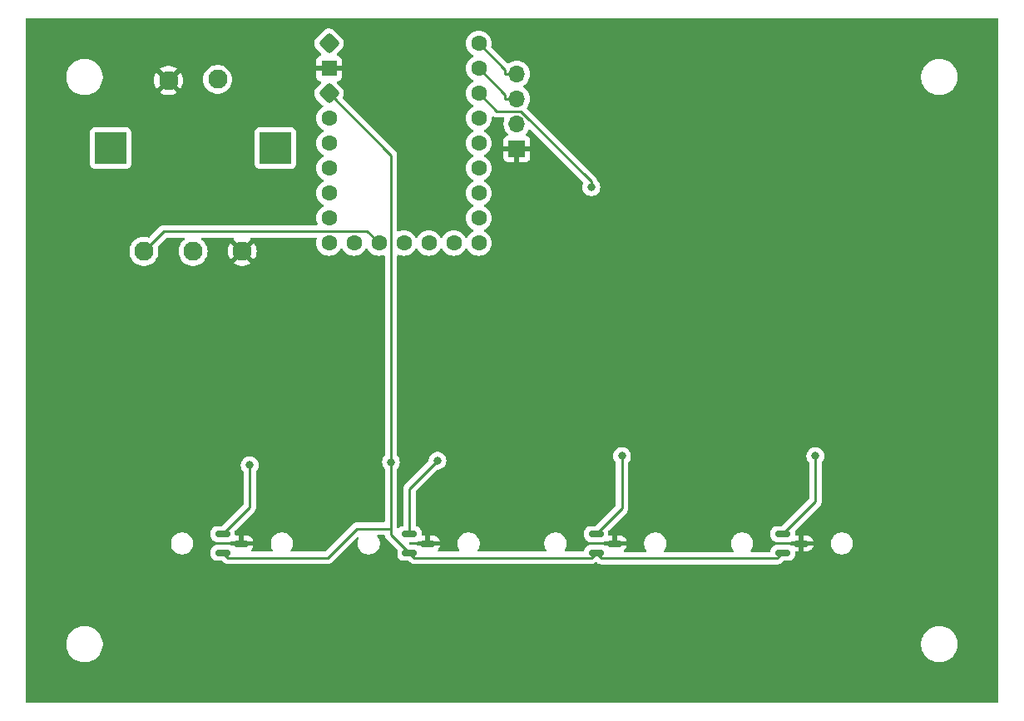
<source format=gbl>
G04 #@! TF.GenerationSoftware,KiCad,Pcbnew,8.0.1*
G04 #@! TF.CreationDate,2024-04-13T19:32:52-07:00*
G04 #@! TF.ProjectId,strellpad,73747265-6c6c-4706-9164-2e6b69636164,rev?*
G04 #@! TF.SameCoordinates,Original*
G04 #@! TF.FileFunction,Copper,L2,Bot*
G04 #@! TF.FilePolarity,Positive*
%FSLAX46Y46*%
G04 Gerber Fmt 4.6, Leading zero omitted, Abs format (unit mm)*
G04 Created by KiCad (PCBNEW 8.0.1) date 2024-04-13 19:32:52*
%MOMM*%
%LPD*%
G01*
G04 APERTURE LIST*
G04 Aperture macros list*
%AMRoundRect*
0 Rectangle with rounded corners*
0 $1 Rounding radius*
0 $2 $3 $4 $5 $6 $7 $8 $9 X,Y pos of 4 corners*
0 Add a 4 corners polygon primitive as box body*
4,1,4,$2,$3,$4,$5,$6,$7,$8,$9,$2,$3,0*
0 Add four circle primitives for the rounded corners*
1,1,$1+$1,$2,$3*
1,1,$1+$1,$4,$5*
1,1,$1+$1,$6,$7*
1,1,$1+$1,$8,$9*
0 Add four rect primitives between the rounded corners*
20,1,$1+$1,$2,$3,$4,$5,0*
20,1,$1+$1,$4,$5,$6,$7,0*
20,1,$1+$1,$6,$7,$8,$9,0*
20,1,$1+$1,$8,$9,$2,$3,0*%
G04 Aperture macros list end*
G04 #@! TA.AperFunction,ComponentPad*
%ADD10R,3.216000X3.216000*%
G04 #@! TD*
G04 #@! TA.AperFunction,ComponentPad*
%ADD11C,1.950000*%
G04 #@! TD*
G04 #@! TA.AperFunction,ComponentPad*
%ADD12C,1.600000*%
G04 #@! TD*
G04 #@! TA.AperFunction,ComponentPad*
%ADD13R,1.600000X1.600000*%
G04 #@! TD*
G04 #@! TA.AperFunction,ComponentPad*
%ADD14RoundRect,0.300000X0.000000X-0.707107X0.707107X0.000000X0.000000X0.707107X-0.707107X0.000000X0*%
G04 #@! TD*
G04 #@! TA.AperFunction,ComponentPad*
%ADD15R,1.700000X1.700000*%
G04 #@! TD*
G04 #@! TA.AperFunction,ComponentPad*
%ADD16O,1.700000X1.700000*%
G04 #@! TD*
G04 #@! TA.AperFunction,SMDPad,CuDef*
%ADD17RoundRect,0.150000X-0.587500X-0.150000X0.587500X-0.150000X0.587500X0.150000X-0.587500X0.150000X0*%
G04 #@! TD*
G04 #@! TA.AperFunction,ViaPad*
%ADD18C,0.800000*%
G04 #@! TD*
G04 #@! TA.AperFunction,Conductor*
%ADD19C,0.250000*%
G04 #@! TD*
G04 APERTURE END LIST*
D10*
X94350000Y-100750000D03*
X111150000Y-100750000D03*
D11*
X97750000Y-111250000D03*
X102750000Y-111250000D03*
X107750000Y-111250000D03*
X100250000Y-93850000D03*
X105250000Y-93750000D03*
D12*
X131830000Y-90090000D03*
X131830000Y-92630000D03*
X131830000Y-95170000D03*
X131830000Y-97710000D03*
X131830000Y-100250000D03*
X131830000Y-102790000D03*
X131830000Y-105330000D03*
X131830000Y-107870000D03*
X131830000Y-110410000D03*
X129290000Y-110410000D03*
X126750000Y-110410000D03*
X124210000Y-110410000D03*
X121670000Y-110410000D03*
X119130000Y-110410000D03*
X116590000Y-110410000D03*
X116590000Y-107870000D03*
X116590000Y-105330000D03*
X116590000Y-102790000D03*
X116590000Y-100250000D03*
X116590000Y-97710000D03*
D13*
X116590000Y-92630000D03*
D14*
X116590000Y-95170000D03*
X116590000Y-90090000D03*
D15*
X135710000Y-100810000D03*
D16*
X135710000Y-98270000D03*
X135710000Y-95730000D03*
X135710000Y-93190000D03*
D17*
X124772500Y-141950000D03*
X124772500Y-140050000D03*
X126647500Y-141000000D03*
X105772500Y-141950000D03*
X105772500Y-140050000D03*
X107647500Y-141000000D03*
X143772500Y-141950000D03*
X143772500Y-140050000D03*
X145647500Y-141000000D03*
X162772500Y-141950000D03*
X162772500Y-140050000D03*
X164647500Y-141000000D03*
D18*
X143291600Y-104740700D03*
X122894700Y-132705000D03*
X166089800Y-132089700D03*
X146414800Y-132089700D03*
X127634000Y-132564500D03*
X108518900Y-133034900D03*
X100213000Y-117163000D03*
X150658000Y-119693700D03*
X154108400Y-113355000D03*
X177785700Y-135847700D03*
X124140600Y-132559600D03*
X139097100Y-131817100D03*
X94603800Y-107665500D03*
X102884100Y-146550800D03*
X111604300Y-118072200D03*
X120342000Y-131812000D03*
X121559600Y-146561300D03*
X143620000Y-146566700D03*
X144162000Y-113725900D03*
X149998600Y-105730000D03*
X157225000Y-108258100D03*
X158348000Y-133182000D03*
X162628900Y-147142200D03*
X167940500Y-152210400D03*
X93650000Y-130934800D03*
X106020000Y-131538100D03*
X158598100Y-120296400D03*
X162313600Y-132692400D03*
X176850000Y-113821000D03*
X133927100Y-152049600D03*
X143097700Y-131817700D03*
X102020000Y-131541800D03*
X162051400Y-113725900D03*
X99917100Y-152640400D03*
D19*
X143291600Y-104156900D02*
X143291600Y-104740700D01*
X136134700Y-97000000D02*
X143291600Y-104156900D01*
X133660000Y-97000000D02*
X136134700Y-97000000D01*
X131830000Y-95170000D02*
X133660000Y-97000000D01*
X122894700Y-101474700D02*
X122894700Y-132705000D01*
X116590000Y-95170000D02*
X122894700Y-101474700D01*
X119427100Y-139475300D02*
X122894700Y-139475300D01*
X116439000Y-142463400D02*
X119427100Y-139475300D01*
X106285900Y-142463400D02*
X116439000Y-142463400D01*
X105772500Y-141950000D02*
X106285900Y-142463400D01*
X122894700Y-140072200D02*
X122894700Y-139475300D01*
X124772500Y-141950000D02*
X122894700Y-140072200D01*
X122894700Y-139475300D02*
X122894700Y-132705000D01*
X125275800Y-142453300D02*
X124772500Y-141950000D01*
X143269200Y-142453300D02*
X125275800Y-142453300D01*
X143772500Y-141950000D02*
X143269200Y-142453300D01*
X144322600Y-142500100D02*
X143772500Y-141950000D01*
X162222400Y-142500100D02*
X144322600Y-142500100D01*
X162772500Y-141950000D02*
X162222400Y-142500100D01*
X134533300Y-92793300D02*
X131830000Y-90090000D01*
X134533300Y-93190000D02*
X134533300Y-92793300D01*
X135710000Y-93190000D02*
X134533300Y-93190000D01*
X134533300Y-95333300D02*
X131830000Y-92630000D01*
X134533300Y-95730000D02*
X134533300Y-95333300D01*
X135710000Y-95730000D02*
X134533300Y-95730000D01*
X99780600Y-109219400D02*
X97750000Y-111250000D01*
X120479400Y-109219400D02*
X99780600Y-109219400D01*
X121670000Y-110410000D02*
X120479400Y-109219400D01*
X166089800Y-136732700D02*
X166089800Y-132089700D01*
X162772500Y-140050000D02*
X166089800Y-136732700D01*
X146414800Y-137407700D02*
X146414800Y-132089700D01*
X143772500Y-140050000D02*
X146414800Y-137407700D01*
X124772500Y-135426000D02*
X127634000Y-132564500D01*
X124772500Y-140050000D02*
X124772500Y-135426000D01*
X108518900Y-137303600D02*
X108518900Y-133034900D01*
X105772500Y-140050000D02*
X108518900Y-137303600D01*
G04 #@! TA.AperFunction,Conductor*
G36*
X184643039Y-87519685D02*
G01*
X184688794Y-87572489D01*
X184700000Y-87624000D01*
X184700000Y-157076000D01*
X184680315Y-157143039D01*
X184627511Y-157188794D01*
X184576000Y-157200000D01*
X85834000Y-157200000D01*
X85766961Y-157180315D01*
X85721206Y-157127511D01*
X85710000Y-157076000D01*
X85710000Y-151371288D01*
X89859500Y-151371288D01*
X89891161Y-151611785D01*
X89953947Y-151846104D01*
X90046773Y-152070205D01*
X90046776Y-152070212D01*
X90168064Y-152280289D01*
X90168066Y-152280292D01*
X90168067Y-152280293D01*
X90315733Y-152472736D01*
X90315739Y-152472743D01*
X90487256Y-152644260D01*
X90487262Y-152644265D01*
X90679711Y-152791936D01*
X90889788Y-152913224D01*
X91113900Y-153006054D01*
X91348211Y-153068838D01*
X91528586Y-153092584D01*
X91588711Y-153100500D01*
X91588712Y-153100500D01*
X91831289Y-153100500D01*
X91879388Y-153094167D01*
X92071789Y-153068838D01*
X92306100Y-153006054D01*
X92530212Y-152913224D01*
X92740289Y-152791936D01*
X92932738Y-152644265D01*
X93104265Y-152472738D01*
X93251936Y-152280289D01*
X93373224Y-152070212D01*
X93466054Y-151846100D01*
X93528838Y-151611789D01*
X93560500Y-151371288D01*
X176859500Y-151371288D01*
X176891161Y-151611785D01*
X176953947Y-151846104D01*
X177046773Y-152070205D01*
X177046776Y-152070212D01*
X177168064Y-152280289D01*
X177168066Y-152280292D01*
X177168067Y-152280293D01*
X177315733Y-152472736D01*
X177315739Y-152472743D01*
X177487256Y-152644260D01*
X177487262Y-152644265D01*
X177679711Y-152791936D01*
X177889788Y-152913224D01*
X178113900Y-153006054D01*
X178348211Y-153068838D01*
X178528586Y-153092584D01*
X178588711Y-153100500D01*
X178588712Y-153100500D01*
X178831289Y-153100500D01*
X178879388Y-153094167D01*
X179071789Y-153068838D01*
X179306100Y-153006054D01*
X179530212Y-152913224D01*
X179740289Y-152791936D01*
X179932738Y-152644265D01*
X180104265Y-152472738D01*
X180251936Y-152280289D01*
X180373224Y-152070212D01*
X180466054Y-151846100D01*
X180528838Y-151611789D01*
X180560500Y-151371288D01*
X180560500Y-151128712D01*
X180528838Y-150888211D01*
X180466054Y-150653900D01*
X180373224Y-150429788D01*
X180251936Y-150219711D01*
X180104265Y-150027262D01*
X180104260Y-150027256D01*
X179932743Y-149855739D01*
X179932736Y-149855733D01*
X179740293Y-149708067D01*
X179740292Y-149708066D01*
X179740289Y-149708064D01*
X179530212Y-149586776D01*
X179530205Y-149586773D01*
X179306104Y-149493947D01*
X179071785Y-149431161D01*
X178831289Y-149399500D01*
X178831288Y-149399500D01*
X178588712Y-149399500D01*
X178588711Y-149399500D01*
X178348214Y-149431161D01*
X178113895Y-149493947D01*
X177889794Y-149586773D01*
X177889785Y-149586777D01*
X177679706Y-149708067D01*
X177487263Y-149855733D01*
X177487256Y-149855739D01*
X177315739Y-150027256D01*
X177315733Y-150027263D01*
X177168067Y-150219706D01*
X177046777Y-150429785D01*
X177046773Y-150429794D01*
X176953947Y-150653895D01*
X176891161Y-150888214D01*
X176859500Y-151128711D01*
X176859500Y-151371288D01*
X93560500Y-151371288D01*
X93560500Y-151128712D01*
X93528838Y-150888211D01*
X93466054Y-150653900D01*
X93373224Y-150429788D01*
X93251936Y-150219711D01*
X93104265Y-150027262D01*
X93104260Y-150027256D01*
X92932743Y-149855739D01*
X92932736Y-149855733D01*
X92740293Y-149708067D01*
X92740292Y-149708066D01*
X92740289Y-149708064D01*
X92530212Y-149586776D01*
X92530205Y-149586773D01*
X92306104Y-149493947D01*
X92071785Y-149431161D01*
X91831289Y-149399500D01*
X91831288Y-149399500D01*
X91588712Y-149399500D01*
X91588711Y-149399500D01*
X91348214Y-149431161D01*
X91113895Y-149493947D01*
X90889794Y-149586773D01*
X90889785Y-149586777D01*
X90679706Y-149708067D01*
X90487263Y-149855733D01*
X90487256Y-149855739D01*
X90315739Y-150027256D01*
X90315733Y-150027263D01*
X90168067Y-150219706D01*
X90046777Y-150429785D01*
X90046773Y-150429794D01*
X89953947Y-150653895D01*
X89891161Y-150888214D01*
X89859500Y-151128711D01*
X89859500Y-151371288D01*
X85710000Y-151371288D01*
X85710000Y-141088578D01*
X100504500Y-141088578D01*
X100532214Y-141263556D01*
X100586956Y-141432039D01*
X100586957Y-141432042D01*
X100647856Y-141551561D01*
X100667386Y-141589890D01*
X100771517Y-141733214D01*
X100896786Y-141858483D01*
X101040110Y-141962614D01*
X101117529Y-142002061D01*
X101197957Y-142043042D01*
X101197960Y-142043043D01*
X101282201Y-142070414D01*
X101366445Y-142097786D01*
X101541421Y-142125500D01*
X101541422Y-142125500D01*
X101718578Y-142125500D01*
X101718579Y-142125500D01*
X101893555Y-142097786D01*
X102062042Y-142043042D01*
X102219890Y-141962614D01*
X102363214Y-141858483D01*
X102488483Y-141733214D01*
X102592614Y-141589890D01*
X102673042Y-141432042D01*
X102727786Y-141263555D01*
X102755500Y-141088579D01*
X102755500Y-140911421D01*
X102727786Y-140736445D01*
X102673042Y-140567958D01*
X102673042Y-140567957D01*
X102632061Y-140487529D01*
X102592614Y-140410110D01*
X102488483Y-140266786D01*
X102487398Y-140265701D01*
X104534500Y-140265701D01*
X104537401Y-140302567D01*
X104537402Y-140302573D01*
X104583254Y-140460393D01*
X104583255Y-140460396D01*
X104583256Y-140460398D01*
X104589488Y-140470936D01*
X104666917Y-140601862D01*
X104666923Y-140601870D01*
X104783129Y-140718076D01*
X104783133Y-140718079D01*
X104783135Y-140718081D01*
X104924602Y-140801744D01*
X104966224Y-140813836D01*
X105082426Y-140847597D01*
X105082429Y-140847597D01*
X105082431Y-140847598D01*
X105119306Y-140850500D01*
X105119314Y-140850500D01*
X106425686Y-140850500D01*
X106425694Y-140850500D01*
X106462569Y-140847598D01*
X106462571Y-140847597D01*
X106462573Y-140847597D01*
X106504191Y-140835505D01*
X106620398Y-140801744D01*
X106678694Y-140767268D01*
X106741815Y-140750000D01*
X107397500Y-140750000D01*
X107397500Y-140200000D01*
X107897500Y-140200000D01*
X107897500Y-140750000D01*
X108882295Y-140750000D01*
X108882295Y-140749998D01*
X108882100Y-140747513D01*
X108836281Y-140589801D01*
X108752685Y-140448447D01*
X108752678Y-140448438D01*
X108636561Y-140332321D01*
X108636552Y-140332314D01*
X108495196Y-140248717D01*
X108495193Y-140248716D01*
X108337495Y-140202900D01*
X108337489Y-140202899D01*
X108300649Y-140200000D01*
X107897500Y-140200000D01*
X107397500Y-140200000D01*
X107134500Y-140200000D01*
X107067461Y-140180315D01*
X107021706Y-140127511D01*
X107010500Y-140076000D01*
X107010500Y-139834313D01*
X107010499Y-139834298D01*
X107007598Y-139797434D01*
X107007598Y-139797431D01*
X107006008Y-139791958D01*
X107006208Y-139722090D01*
X107037402Y-139669686D01*
X108917629Y-137789460D01*
X108917633Y-137789458D01*
X109004758Y-137702333D01*
X109038984Y-137651109D01*
X109073212Y-137599886D01*
X109120363Y-137486051D01*
X109144400Y-137365207D01*
X109144400Y-137241993D01*
X109144400Y-133733587D01*
X109164085Y-133666548D01*
X109176250Y-133650615D01*
X109194791Y-133630022D01*
X109251433Y-133567116D01*
X109346079Y-133403184D01*
X109404574Y-133223156D01*
X109424360Y-133034900D01*
X109404574Y-132846644D01*
X109346079Y-132666616D01*
X109251433Y-132502684D01*
X109124771Y-132362012D01*
X109124770Y-132362011D01*
X108971634Y-132250751D01*
X108971629Y-132250748D01*
X108798707Y-132173757D01*
X108798702Y-132173755D01*
X108652901Y-132142765D01*
X108613546Y-132134400D01*
X108424254Y-132134400D01*
X108391797Y-132141298D01*
X108239097Y-132173755D01*
X108239092Y-132173757D01*
X108066170Y-132250748D01*
X108066165Y-132250751D01*
X107913029Y-132362011D01*
X107786366Y-132502685D01*
X107691721Y-132666615D01*
X107691718Y-132666622D01*
X107633227Y-132846640D01*
X107633226Y-132846644D01*
X107613440Y-133034900D01*
X107633226Y-133223156D01*
X107633227Y-133223159D01*
X107691718Y-133403177D01*
X107691721Y-133403184D01*
X107786367Y-133567116D01*
X107829672Y-133615210D01*
X107861550Y-133650615D01*
X107891780Y-133713606D01*
X107893400Y-133733587D01*
X107893400Y-136993148D01*
X107873715Y-137060187D01*
X107857081Y-137080829D01*
X105724729Y-139213181D01*
X105663406Y-139246666D01*
X105637048Y-139249500D01*
X105119298Y-139249500D01*
X105082432Y-139252401D01*
X105082426Y-139252402D01*
X104924606Y-139298254D01*
X104924603Y-139298255D01*
X104783137Y-139381917D01*
X104783129Y-139381923D01*
X104666923Y-139498129D01*
X104666917Y-139498137D01*
X104583255Y-139639603D01*
X104583254Y-139639606D01*
X104537402Y-139797426D01*
X104537401Y-139797432D01*
X104534500Y-139834298D01*
X104534500Y-140265701D01*
X102487398Y-140265701D01*
X102363214Y-140141517D01*
X102219890Y-140037386D01*
X102062042Y-139956957D01*
X102062039Y-139956956D01*
X101893556Y-139902214D01*
X101806067Y-139888357D01*
X101718579Y-139874500D01*
X101541421Y-139874500D01*
X101483095Y-139883738D01*
X101366443Y-139902214D01*
X101197960Y-139956956D01*
X101197957Y-139956957D01*
X101040109Y-140037386D01*
X100986962Y-140076000D01*
X100896786Y-140141517D01*
X100896784Y-140141519D01*
X100896783Y-140141519D01*
X100771519Y-140266783D01*
X100771519Y-140266784D01*
X100771517Y-140266786D01*
X100749068Y-140297685D01*
X100667386Y-140410109D01*
X100586957Y-140567957D01*
X100586956Y-140567960D01*
X100532214Y-140736443D01*
X100504500Y-140911421D01*
X100504500Y-141088578D01*
X85710000Y-141088578D01*
X85710000Y-111250005D01*
X96269443Y-111250005D01*
X96289634Y-111493683D01*
X96289636Y-111493695D01*
X96349663Y-111730734D01*
X96447888Y-111954666D01*
X96581632Y-112159378D01*
X96747242Y-112339277D01*
X96747252Y-112339286D01*
X96939670Y-112489051D01*
X96940212Y-112489473D01*
X97155267Y-112605855D01*
X97155270Y-112605856D01*
X97386541Y-112685251D01*
X97386543Y-112685251D01*
X97386545Y-112685252D01*
X97627737Y-112725500D01*
X97627738Y-112725500D01*
X97872262Y-112725500D01*
X97872263Y-112725500D01*
X98113455Y-112685252D01*
X98344733Y-112605855D01*
X98559788Y-112489473D01*
X98752754Y-112339281D01*
X98918368Y-112159377D01*
X99052111Y-111954667D01*
X99150336Y-111730736D01*
X99210364Y-111493692D01*
X99210371Y-111493605D01*
X99230557Y-111250005D01*
X99230557Y-111249994D01*
X99210365Y-111006316D01*
X99210364Y-111006313D01*
X99210364Y-111006308D01*
X99160557Y-110809625D01*
X99163182Y-110739807D01*
X99193080Y-110691508D01*
X100003371Y-109881219D01*
X100064694Y-109847734D01*
X100091052Y-109844900D01*
X101791811Y-109844900D01*
X101858850Y-109864585D01*
X101904605Y-109917389D01*
X101914549Y-109986547D01*
X101885524Y-110050103D01*
X101867978Y-110066748D01*
X101802260Y-110117899D01*
X101747245Y-110160719D01*
X101747242Y-110160722D01*
X101581632Y-110340621D01*
X101447888Y-110545333D01*
X101349663Y-110769265D01*
X101289636Y-111006304D01*
X101289634Y-111006316D01*
X101269443Y-111249994D01*
X101269443Y-111250005D01*
X101289634Y-111493683D01*
X101289636Y-111493695D01*
X101349663Y-111730734D01*
X101447888Y-111954666D01*
X101581632Y-112159378D01*
X101747242Y-112339277D01*
X101747252Y-112339286D01*
X101939670Y-112489051D01*
X101940212Y-112489473D01*
X102155267Y-112605855D01*
X102155270Y-112605856D01*
X102386541Y-112685251D01*
X102386543Y-112685251D01*
X102386545Y-112685252D01*
X102627737Y-112725500D01*
X102627738Y-112725500D01*
X102872262Y-112725500D01*
X102872263Y-112725500D01*
X103113455Y-112685252D01*
X103344733Y-112605855D01*
X103559788Y-112489473D01*
X103752754Y-112339281D01*
X103918368Y-112159377D01*
X104052111Y-111954667D01*
X104150336Y-111730736D01*
X104210364Y-111493692D01*
X104210371Y-111493605D01*
X104230557Y-111250005D01*
X104230557Y-111249994D01*
X104210365Y-111006316D01*
X104210363Y-111006307D01*
X104150336Y-110769264D01*
X104052111Y-110545333D01*
X103918368Y-110340623D01*
X103918367Y-110340621D01*
X103752757Y-110160722D01*
X103752754Y-110160719D01*
X103706807Y-110124957D01*
X103632025Y-110066751D01*
X103591214Y-110010043D01*
X103587539Y-109940270D01*
X103622170Y-109879587D01*
X103684112Y-109847260D01*
X103708189Y-109844900D01*
X106792622Y-109844900D01*
X106859661Y-109864585D01*
X106905416Y-109917389D01*
X106915360Y-109986547D01*
X106899131Y-110022082D01*
X106897757Y-110044204D01*
X107502511Y-110648958D01*
X107442110Y-110673978D01*
X107335649Y-110745112D01*
X107245112Y-110835649D01*
X107173978Y-110942110D01*
X107148958Y-111002511D01*
X106544626Y-110398179D01*
X106448328Y-110545575D01*
X106350138Y-110769426D01*
X106290130Y-111006394D01*
X106269945Y-111249994D01*
X106269945Y-111250005D01*
X106290130Y-111493605D01*
X106350138Y-111730573D01*
X106448330Y-111954429D01*
X106544626Y-112101819D01*
X107148958Y-111497487D01*
X107173978Y-111557890D01*
X107245112Y-111664351D01*
X107335649Y-111754888D01*
X107442110Y-111826022D01*
X107502511Y-111851041D01*
X106897758Y-112455794D01*
X106897758Y-112455796D01*
X106940478Y-112489046D01*
X106940484Y-112489050D01*
X107155468Y-112605394D01*
X107155476Y-112605397D01*
X107386664Y-112684765D01*
X107627779Y-112725000D01*
X107872221Y-112725000D01*
X108113335Y-112684765D01*
X108344523Y-112605397D01*
X108344531Y-112605394D01*
X108559514Y-112489051D01*
X108559514Y-112489050D01*
X108602240Y-112455795D01*
X108602240Y-112455794D01*
X107997488Y-111851041D01*
X108057890Y-111826022D01*
X108164351Y-111754888D01*
X108254888Y-111664351D01*
X108326022Y-111557890D01*
X108351041Y-111497488D01*
X108955372Y-112101819D01*
X109051667Y-111954431D01*
X109051672Y-111954423D01*
X109149861Y-111730573D01*
X109209869Y-111493605D01*
X109230055Y-111250005D01*
X109230055Y-111249994D01*
X109209869Y-111006394D01*
X109149861Y-110769426D01*
X109051669Y-110545570D01*
X108955372Y-110398179D01*
X108351041Y-111002510D01*
X108326022Y-110942110D01*
X108254888Y-110835649D01*
X108164351Y-110745112D01*
X108057890Y-110673978D01*
X107997487Y-110648958D01*
X108602240Y-110044204D01*
X108601037Y-110024823D01*
X108590400Y-110010043D01*
X108586725Y-109940270D01*
X108621356Y-109879587D01*
X108683298Y-109847260D01*
X108707375Y-109844900D01*
X115233441Y-109844900D01*
X115300480Y-109864585D01*
X115346235Y-109917389D01*
X115356179Y-109986547D01*
X115353216Y-110000993D01*
X115304366Y-110183302D01*
X115304364Y-110183313D01*
X115284532Y-110409998D01*
X115284532Y-110410001D01*
X115304364Y-110636686D01*
X115304366Y-110636697D01*
X115363258Y-110856488D01*
X115363261Y-110856497D01*
X115459431Y-111062732D01*
X115459432Y-111062734D01*
X115589954Y-111249141D01*
X115750858Y-111410045D01*
X115750861Y-111410047D01*
X115937266Y-111540568D01*
X116143504Y-111636739D01*
X116143509Y-111636740D01*
X116143511Y-111636741D01*
X116153099Y-111639310D01*
X116363308Y-111695635D01*
X116525230Y-111709801D01*
X116589998Y-111715468D01*
X116590000Y-111715468D01*
X116590002Y-111715468D01*
X116646673Y-111710509D01*
X116816692Y-111695635D01*
X117036496Y-111636739D01*
X117242734Y-111540568D01*
X117429139Y-111410047D01*
X117590047Y-111249139D01*
X117720568Y-111062734D01*
X117747618Y-111004724D01*
X117793790Y-110952285D01*
X117860983Y-110933133D01*
X117927865Y-110953348D01*
X117972381Y-111004724D01*
X117973120Y-111006308D01*
X117999429Y-111062728D01*
X117999432Y-111062734D01*
X118129954Y-111249141D01*
X118290858Y-111410045D01*
X118290861Y-111410047D01*
X118477266Y-111540568D01*
X118683504Y-111636739D01*
X118683509Y-111636740D01*
X118683511Y-111636741D01*
X118693099Y-111639310D01*
X118903308Y-111695635D01*
X119065230Y-111709801D01*
X119129998Y-111715468D01*
X119130000Y-111715468D01*
X119130002Y-111715468D01*
X119186673Y-111710509D01*
X119356692Y-111695635D01*
X119576496Y-111636739D01*
X119782734Y-111540568D01*
X119969139Y-111410047D01*
X120130047Y-111249139D01*
X120260568Y-111062734D01*
X120287618Y-111004724D01*
X120333790Y-110952285D01*
X120400983Y-110933133D01*
X120467865Y-110953348D01*
X120512381Y-111004724D01*
X120513120Y-111006308D01*
X120539429Y-111062728D01*
X120539432Y-111062734D01*
X120669954Y-111249141D01*
X120830858Y-111410045D01*
X120830861Y-111410047D01*
X121017266Y-111540568D01*
X121223504Y-111636739D01*
X121223509Y-111636740D01*
X121223511Y-111636741D01*
X121233099Y-111639310D01*
X121443308Y-111695635D01*
X121605230Y-111709801D01*
X121669998Y-111715468D01*
X121670000Y-111715468D01*
X121670002Y-111715468D01*
X121726673Y-111710509D01*
X121896692Y-111695635D01*
X122113107Y-111637647D01*
X122182956Y-111639310D01*
X122240819Y-111678473D01*
X122268323Y-111742701D01*
X122269200Y-111757422D01*
X122269200Y-132006312D01*
X122249515Y-132073351D01*
X122237350Y-132089284D01*
X122162166Y-132172784D01*
X122067521Y-132336715D01*
X122067518Y-132336722D01*
X122028118Y-132457984D01*
X122009026Y-132516744D01*
X121989240Y-132705000D01*
X122009026Y-132893256D01*
X122009027Y-132893259D01*
X122067518Y-133073277D01*
X122067521Y-133073284D01*
X122162167Y-133237216D01*
X122205472Y-133285310D01*
X122237350Y-133320715D01*
X122267580Y-133383706D01*
X122269200Y-133403687D01*
X122269200Y-138725800D01*
X122249515Y-138792839D01*
X122196711Y-138838594D01*
X122145200Y-138849800D01*
X119494841Y-138849800D01*
X119494821Y-138849799D01*
X119488707Y-138849799D01*
X119365494Y-138849799D01*
X119264697Y-138869848D01*
X119264692Y-138869848D01*
X119244649Y-138873836D01*
X119244647Y-138873836D01*
X119197497Y-138893367D01*
X119130819Y-138920985D01*
X119130817Y-138920986D01*
X119028366Y-138989441D01*
X119028363Y-138989444D01*
X116216229Y-141801581D01*
X116154906Y-141835066D01*
X116128548Y-141837900D01*
X112815788Y-141837900D01*
X112748749Y-141818215D01*
X112702994Y-141765411D01*
X112693050Y-141696253D01*
X112715470Y-141641014D01*
X112726219Y-141626219D01*
X112752614Y-141589890D01*
X112833042Y-141432042D01*
X112887786Y-141263555D01*
X112915500Y-141088579D01*
X112915500Y-140911421D01*
X112887786Y-140736445D01*
X112833042Y-140567958D01*
X112833042Y-140567957D01*
X112792061Y-140487529D01*
X112752614Y-140410110D01*
X112648483Y-140266786D01*
X112523214Y-140141517D01*
X112379890Y-140037386D01*
X112222042Y-139956957D01*
X112222039Y-139956956D01*
X112053556Y-139902214D01*
X111966067Y-139888357D01*
X111878579Y-139874500D01*
X111701421Y-139874500D01*
X111643095Y-139883738D01*
X111526443Y-139902214D01*
X111357960Y-139956956D01*
X111357957Y-139956957D01*
X111200109Y-140037386D01*
X111146962Y-140076000D01*
X111056786Y-140141517D01*
X111056784Y-140141519D01*
X111056783Y-140141519D01*
X110931519Y-140266783D01*
X110931519Y-140266784D01*
X110931517Y-140266786D01*
X110909068Y-140297685D01*
X110827386Y-140410109D01*
X110746957Y-140567957D01*
X110746956Y-140567960D01*
X110692214Y-140736443D01*
X110664500Y-140911421D01*
X110664500Y-141088578D01*
X110692214Y-141263556D01*
X110746956Y-141432039D01*
X110746957Y-141432042D01*
X110807856Y-141551561D01*
X110827386Y-141589890D01*
X110846442Y-141616119D01*
X110864530Y-141641014D01*
X110888010Y-141706821D01*
X110872185Y-141774875D01*
X110822079Y-141823570D01*
X110764212Y-141837900D01*
X108765702Y-141837900D01*
X108698663Y-141818215D01*
X108652908Y-141765411D01*
X108642964Y-141696253D01*
X108671989Y-141632697D01*
X108678021Y-141626219D01*
X108752678Y-141551561D01*
X108752685Y-141551552D01*
X108836281Y-141410198D01*
X108882100Y-141252486D01*
X108882295Y-141250001D01*
X108882295Y-141250000D01*
X106741815Y-141250000D01*
X106678694Y-141232732D01*
X106620396Y-141198255D01*
X106620393Y-141198254D01*
X106462573Y-141152402D01*
X106462567Y-141152401D01*
X106425701Y-141149500D01*
X106425694Y-141149500D01*
X105119306Y-141149500D01*
X105119298Y-141149500D01*
X105082432Y-141152401D01*
X105082426Y-141152402D01*
X104924606Y-141198254D01*
X104924603Y-141198255D01*
X104783137Y-141281917D01*
X104783129Y-141281923D01*
X104666923Y-141398129D01*
X104666917Y-141398137D01*
X104583255Y-141539603D01*
X104583254Y-141539606D01*
X104537402Y-141697426D01*
X104537401Y-141697432D01*
X104534500Y-141734298D01*
X104534500Y-142165701D01*
X104537401Y-142202567D01*
X104537402Y-142202573D01*
X104583254Y-142360393D01*
X104583255Y-142360396D01*
X104666917Y-142501862D01*
X104666923Y-142501870D01*
X104783129Y-142618076D01*
X104783133Y-142618079D01*
X104783135Y-142618081D01*
X104924602Y-142701744D01*
X104966224Y-142713836D01*
X105082426Y-142747597D01*
X105082429Y-142747597D01*
X105082431Y-142747598D01*
X105119306Y-142750500D01*
X105637048Y-142750500D01*
X105704087Y-142770185D01*
X105724729Y-142786819D01*
X105796916Y-142859006D01*
X105796945Y-142859037D01*
X105887163Y-142949255D01*
X105887167Y-142949258D01*
X105989607Y-143017707D01*
X105989614Y-143017711D01*
X106103448Y-143064863D01*
X106163871Y-143076881D01*
X106224293Y-143088900D01*
X116500607Y-143088900D01*
X116561029Y-143076881D01*
X116621452Y-143064863D01*
X116621455Y-143064861D01*
X116621458Y-143064861D01*
X116654787Y-143051054D01*
X116654786Y-143051054D01*
X116654792Y-143051052D01*
X116735286Y-143017712D01*
X116786509Y-142983484D01*
X116837733Y-142949258D01*
X116924858Y-142862133D01*
X116924858Y-142862131D01*
X116935066Y-142851924D01*
X116935067Y-142851921D01*
X119415579Y-140371410D01*
X119476899Y-140337928D01*
X119546591Y-140342912D01*
X119602524Y-140384784D01*
X119626941Y-140450248D01*
X119613743Y-140515387D01*
X119586958Y-140567956D01*
X119586956Y-140567960D01*
X119532214Y-140736443D01*
X119504500Y-140911421D01*
X119504500Y-141088578D01*
X119532214Y-141263556D01*
X119586956Y-141432039D01*
X119586957Y-141432042D01*
X119647856Y-141551561D01*
X119667386Y-141589890D01*
X119771517Y-141733214D01*
X119896786Y-141858483D01*
X120040110Y-141962614D01*
X120117529Y-142002061D01*
X120197957Y-142043042D01*
X120197960Y-142043043D01*
X120282201Y-142070414D01*
X120366445Y-142097786D01*
X120541421Y-142125500D01*
X120541422Y-142125500D01*
X120718578Y-142125500D01*
X120718579Y-142125500D01*
X120893555Y-142097786D01*
X121062042Y-142043042D01*
X121219890Y-141962614D01*
X121363214Y-141858483D01*
X121488483Y-141733214D01*
X121592614Y-141589890D01*
X121673042Y-141432042D01*
X121727786Y-141263555D01*
X121755500Y-141088579D01*
X121755500Y-140911421D01*
X121727786Y-140736445D01*
X121673042Y-140567958D01*
X121673042Y-140567957D01*
X121645190Y-140513295D01*
X121592614Y-140410110D01*
X121562375Y-140368489D01*
X121510933Y-140297685D01*
X121487453Y-140231879D01*
X121503278Y-140163825D01*
X121553384Y-140115130D01*
X121611251Y-140100800D01*
X122160870Y-140100800D01*
X122227909Y-140120485D01*
X122273664Y-140173289D01*
X122282487Y-140200609D01*
X122293235Y-140254644D01*
X122293240Y-140254661D01*
X122340385Y-140368480D01*
X122340387Y-140368483D01*
X122340388Y-140368486D01*
X122368201Y-140410110D01*
X122408841Y-140470932D01*
X122408844Y-140470936D01*
X122500286Y-140562378D01*
X122500308Y-140562398D01*
X123507595Y-141569685D01*
X123541080Y-141631008D01*
X123538993Y-141691951D01*
X123537404Y-141697420D01*
X123537401Y-141697436D01*
X123534500Y-141734298D01*
X123534500Y-142165701D01*
X123537401Y-142202567D01*
X123537402Y-142202573D01*
X123583254Y-142360393D01*
X123583255Y-142360396D01*
X123666917Y-142501862D01*
X123666923Y-142501870D01*
X123783129Y-142618076D01*
X123783133Y-142618079D01*
X123783135Y-142618081D01*
X123924602Y-142701744D01*
X123966224Y-142713836D01*
X124082426Y-142747597D01*
X124082429Y-142747597D01*
X124082431Y-142747598D01*
X124119306Y-142750500D01*
X124637047Y-142750500D01*
X124704086Y-142770185D01*
X124724723Y-142786814D01*
X124826697Y-142888788D01*
X124877068Y-142939159D01*
X124979510Y-143007609D01*
X124979511Y-143007609D01*
X124979515Y-143007612D01*
X125046196Y-143035231D01*
X125046198Y-143035233D01*
X125092503Y-143054413D01*
X125093348Y-143054763D01*
X125113397Y-143058751D01*
X125144114Y-143064861D01*
X125214192Y-143078801D01*
X125214194Y-143078801D01*
X125343521Y-143078801D01*
X125343541Y-143078800D01*
X143330808Y-143078800D01*
X143330808Y-143078799D01*
X143400874Y-143064863D01*
X143400875Y-143064863D01*
X143418112Y-143061434D01*
X143451652Y-143054763D01*
X143484992Y-143040952D01*
X143565486Y-143007612D01*
X143616709Y-142973384D01*
X143667933Y-142939158D01*
X143684816Y-142922274D01*
X143746135Y-142888788D01*
X143815827Y-142893769D01*
X143860180Y-142922272D01*
X143923864Y-142985956D01*
X143923867Y-142985958D01*
X144000790Y-143037356D01*
X144026310Y-143054409D01*
X144026317Y-143054413D01*
X144027160Y-143054762D01*
X144085192Y-143078799D01*
X144085193Y-143078800D01*
X144085194Y-143078800D01*
X144140148Y-143101563D01*
X144200571Y-143113581D01*
X144260993Y-143125600D01*
X162284007Y-143125600D01*
X162344429Y-143113581D01*
X162404852Y-143101563D01*
X162459804Y-143078801D01*
X162518686Y-143054412D01*
X162573611Y-143017711D01*
X162621133Y-142985958D01*
X162708258Y-142898833D01*
X162708259Y-142898831D01*
X162715325Y-142891765D01*
X162715329Y-142891760D01*
X162820273Y-142786818D01*
X162881596Y-142753334D01*
X162907953Y-142750500D01*
X163425686Y-142750500D01*
X163425694Y-142750500D01*
X163462569Y-142747598D01*
X163462571Y-142747597D01*
X163462573Y-142747597D01*
X163504191Y-142735505D01*
X163620398Y-142701744D01*
X163761865Y-142618081D01*
X163878081Y-142501865D01*
X163961744Y-142360398D01*
X164007598Y-142202569D01*
X164010500Y-142165694D01*
X164010500Y-141924000D01*
X164030185Y-141856961D01*
X164082989Y-141811206D01*
X164134500Y-141800000D01*
X164397500Y-141800000D01*
X164397500Y-141250000D01*
X164897500Y-141250000D01*
X164897500Y-141800000D01*
X165300634Y-141800000D01*
X165300649Y-141799999D01*
X165337489Y-141797100D01*
X165337495Y-141797099D01*
X165495193Y-141751283D01*
X165495196Y-141751282D01*
X165636552Y-141667685D01*
X165636561Y-141667678D01*
X165752678Y-141551561D01*
X165752685Y-141551552D01*
X165836281Y-141410198D01*
X165882100Y-141252486D01*
X165882295Y-141250001D01*
X165882295Y-141250000D01*
X164897500Y-141250000D01*
X164397500Y-141250000D01*
X163741815Y-141250000D01*
X163678694Y-141232732D01*
X163620396Y-141198255D01*
X163620393Y-141198254D01*
X163462573Y-141152402D01*
X163462567Y-141152401D01*
X163425701Y-141149500D01*
X163425694Y-141149500D01*
X162119306Y-141149500D01*
X162119298Y-141149500D01*
X162082432Y-141152401D01*
X162082426Y-141152402D01*
X161924606Y-141198254D01*
X161924603Y-141198255D01*
X161783137Y-141281917D01*
X161783129Y-141281923D01*
X161666923Y-141398129D01*
X161666917Y-141398137D01*
X161583255Y-141539603D01*
X161583254Y-141539606D01*
X161537402Y-141697426D01*
X161537401Y-141697432D01*
X161534500Y-141734298D01*
X161534500Y-141750600D01*
X161514815Y-141817639D01*
X161462011Y-141863394D01*
X161410500Y-141874600D01*
X159629124Y-141874600D01*
X159562085Y-141854915D01*
X159516330Y-141802111D01*
X159506386Y-141732953D01*
X159528806Y-141677715D01*
X159569619Y-141621540D01*
X159592614Y-141589890D01*
X159673042Y-141432042D01*
X159727786Y-141263555D01*
X159755500Y-141088579D01*
X159755500Y-141088578D01*
X167664500Y-141088578D01*
X167692214Y-141263556D01*
X167746956Y-141432039D01*
X167746957Y-141432042D01*
X167807856Y-141551561D01*
X167827386Y-141589890D01*
X167931517Y-141733214D01*
X168056786Y-141858483D01*
X168200110Y-141962614D01*
X168277529Y-142002061D01*
X168357957Y-142043042D01*
X168357960Y-142043043D01*
X168442201Y-142070414D01*
X168526445Y-142097786D01*
X168701421Y-142125500D01*
X168701422Y-142125500D01*
X168878578Y-142125500D01*
X168878579Y-142125500D01*
X169053555Y-142097786D01*
X169222042Y-142043042D01*
X169379890Y-141962614D01*
X169523214Y-141858483D01*
X169648483Y-141733214D01*
X169752614Y-141589890D01*
X169833042Y-141432042D01*
X169887786Y-141263555D01*
X169915500Y-141088579D01*
X169915500Y-140911421D01*
X169887786Y-140736445D01*
X169833042Y-140567958D01*
X169833042Y-140567957D01*
X169792061Y-140487529D01*
X169752614Y-140410110D01*
X169648483Y-140266786D01*
X169523214Y-140141517D01*
X169379890Y-140037386D01*
X169222042Y-139956957D01*
X169222039Y-139956956D01*
X169053556Y-139902214D01*
X168966067Y-139888357D01*
X168878579Y-139874500D01*
X168701421Y-139874500D01*
X168643095Y-139883738D01*
X168526443Y-139902214D01*
X168357960Y-139956956D01*
X168357957Y-139956957D01*
X168200109Y-140037386D01*
X168146962Y-140076000D01*
X168056786Y-140141517D01*
X168056784Y-140141519D01*
X168056783Y-140141519D01*
X167931519Y-140266783D01*
X167931519Y-140266784D01*
X167931517Y-140266786D01*
X167909068Y-140297685D01*
X167827386Y-140410109D01*
X167746957Y-140567957D01*
X167746956Y-140567960D01*
X167692214Y-140736443D01*
X167664500Y-140911421D01*
X167664500Y-141088578D01*
X159755500Y-141088578D01*
X159755500Y-140911421D01*
X159727786Y-140736445D01*
X159673042Y-140567958D01*
X159673042Y-140567957D01*
X159632061Y-140487529D01*
X159592614Y-140410110D01*
X159488483Y-140266786D01*
X159487398Y-140265701D01*
X161534500Y-140265701D01*
X161537401Y-140302567D01*
X161537402Y-140302573D01*
X161583254Y-140460393D01*
X161583255Y-140460396D01*
X161583256Y-140460398D01*
X161589488Y-140470936D01*
X161666917Y-140601862D01*
X161666923Y-140601870D01*
X161783129Y-140718076D01*
X161783133Y-140718079D01*
X161783135Y-140718081D01*
X161924602Y-140801744D01*
X161966224Y-140813836D01*
X162082426Y-140847597D01*
X162082429Y-140847597D01*
X162082431Y-140847598D01*
X162119306Y-140850500D01*
X162119314Y-140850500D01*
X163425686Y-140850500D01*
X163425694Y-140850500D01*
X163462569Y-140847598D01*
X163462571Y-140847597D01*
X163462573Y-140847597D01*
X163504191Y-140835505D01*
X163620398Y-140801744D01*
X163678694Y-140767268D01*
X163741815Y-140750000D01*
X164397500Y-140750000D01*
X164397500Y-140200000D01*
X164897500Y-140200000D01*
X164897500Y-140750000D01*
X165882295Y-140750000D01*
X165882295Y-140749998D01*
X165882100Y-140747513D01*
X165836281Y-140589801D01*
X165752685Y-140448447D01*
X165752678Y-140448438D01*
X165636561Y-140332321D01*
X165636552Y-140332314D01*
X165495196Y-140248717D01*
X165495193Y-140248716D01*
X165337495Y-140202900D01*
X165337489Y-140202899D01*
X165300649Y-140200000D01*
X164897500Y-140200000D01*
X164397500Y-140200000D01*
X164134500Y-140200000D01*
X164067461Y-140180315D01*
X164021706Y-140127511D01*
X164010500Y-140076000D01*
X164010500Y-139834313D01*
X164010499Y-139834298D01*
X164007598Y-139797434D01*
X164007598Y-139797431D01*
X164006008Y-139791958D01*
X164006208Y-139722090D01*
X164037402Y-139669686D01*
X166575658Y-137131433D01*
X166644112Y-137028985D01*
X166691263Y-136915151D01*
X166715301Y-136794306D01*
X166715301Y-136671093D01*
X166715301Y-136665983D01*
X166715300Y-136665957D01*
X166715300Y-132788387D01*
X166734985Y-132721348D01*
X166747150Y-132705415D01*
X166782079Y-132666622D01*
X166822333Y-132621916D01*
X166916979Y-132457984D01*
X166975474Y-132277956D01*
X166995260Y-132089700D01*
X166975474Y-131901444D01*
X166916979Y-131721416D01*
X166822333Y-131557484D01*
X166695671Y-131416812D01*
X166695670Y-131416811D01*
X166542534Y-131305551D01*
X166542529Y-131305548D01*
X166369607Y-131228557D01*
X166369602Y-131228555D01*
X166223801Y-131197565D01*
X166184446Y-131189200D01*
X165995154Y-131189200D01*
X165962697Y-131196098D01*
X165809997Y-131228555D01*
X165809992Y-131228557D01*
X165637070Y-131305548D01*
X165637065Y-131305551D01*
X165483929Y-131416811D01*
X165357266Y-131557485D01*
X165262621Y-131721415D01*
X165262618Y-131721422D01*
X165204127Y-131901440D01*
X165204126Y-131901444D01*
X165184340Y-132089700D01*
X165204126Y-132277956D01*
X165204127Y-132277959D01*
X165262618Y-132457977D01*
X165262621Y-132457984D01*
X165357267Y-132621916D01*
X165397521Y-132666622D01*
X165432450Y-132705415D01*
X165462680Y-132768406D01*
X165464300Y-132788387D01*
X165464300Y-136422247D01*
X165444615Y-136489286D01*
X165427981Y-136509928D01*
X162724729Y-139213181D01*
X162663406Y-139246666D01*
X162637048Y-139249500D01*
X162119298Y-139249500D01*
X162082432Y-139252401D01*
X162082426Y-139252402D01*
X161924606Y-139298254D01*
X161924603Y-139298255D01*
X161783137Y-139381917D01*
X161783129Y-139381923D01*
X161666923Y-139498129D01*
X161666917Y-139498137D01*
X161583255Y-139639603D01*
X161583254Y-139639606D01*
X161537402Y-139797426D01*
X161537401Y-139797432D01*
X161534500Y-139834298D01*
X161534500Y-140265701D01*
X159487398Y-140265701D01*
X159363214Y-140141517D01*
X159219890Y-140037386D01*
X159062042Y-139956957D01*
X159062039Y-139956956D01*
X158893556Y-139902214D01*
X158806067Y-139888357D01*
X158718579Y-139874500D01*
X158541421Y-139874500D01*
X158483095Y-139883738D01*
X158366443Y-139902214D01*
X158197960Y-139956956D01*
X158197957Y-139956957D01*
X158040109Y-140037386D01*
X157986962Y-140076000D01*
X157896786Y-140141517D01*
X157896784Y-140141519D01*
X157896783Y-140141519D01*
X157771519Y-140266783D01*
X157771519Y-140266784D01*
X157771517Y-140266786D01*
X157749068Y-140297685D01*
X157667386Y-140410109D01*
X157586957Y-140567957D01*
X157586956Y-140567960D01*
X157532214Y-140736443D01*
X157504500Y-140911421D01*
X157504500Y-141088578D01*
X157532214Y-141263556D01*
X157586956Y-141432039D01*
X157586957Y-141432042D01*
X157667388Y-141589893D01*
X157731194Y-141677715D01*
X157754674Y-141743521D01*
X157738849Y-141811575D01*
X157688743Y-141860270D01*
X157630876Y-141874600D01*
X150789124Y-141874600D01*
X150722085Y-141854915D01*
X150676330Y-141802111D01*
X150666386Y-141732953D01*
X150688806Y-141677715D01*
X150729619Y-141621540D01*
X150752614Y-141589890D01*
X150833042Y-141432042D01*
X150887786Y-141263555D01*
X150915500Y-141088579D01*
X150915500Y-140911421D01*
X150887786Y-140736445D01*
X150833042Y-140567958D01*
X150833042Y-140567957D01*
X150792061Y-140487529D01*
X150752614Y-140410110D01*
X150648483Y-140266786D01*
X150523214Y-140141517D01*
X150379890Y-140037386D01*
X150222042Y-139956957D01*
X150222039Y-139956956D01*
X150053556Y-139902214D01*
X149966067Y-139888357D01*
X149878579Y-139874500D01*
X149701421Y-139874500D01*
X149643095Y-139883738D01*
X149526443Y-139902214D01*
X149357960Y-139956956D01*
X149357957Y-139956957D01*
X149200109Y-140037386D01*
X149146962Y-140076000D01*
X149056786Y-140141517D01*
X149056784Y-140141519D01*
X149056783Y-140141519D01*
X148931519Y-140266783D01*
X148931519Y-140266784D01*
X148931517Y-140266786D01*
X148909068Y-140297685D01*
X148827386Y-140410109D01*
X148746957Y-140567957D01*
X148746956Y-140567960D01*
X148692214Y-140736443D01*
X148664500Y-140911421D01*
X148664500Y-141088578D01*
X148692214Y-141263556D01*
X148746956Y-141432039D01*
X148746957Y-141432042D01*
X148827388Y-141589893D01*
X148891194Y-141677715D01*
X148914674Y-141743521D01*
X148898849Y-141811575D01*
X148848743Y-141860270D01*
X148790876Y-141874600D01*
X146729002Y-141874600D01*
X146661963Y-141854915D01*
X146616208Y-141802111D01*
X146606264Y-141732953D01*
X146635289Y-141669397D01*
X146641321Y-141662919D01*
X146752678Y-141551561D01*
X146752685Y-141551552D01*
X146836281Y-141410198D01*
X146882100Y-141252486D01*
X146882295Y-141250001D01*
X146882295Y-141250000D01*
X144741815Y-141250000D01*
X144678694Y-141232732D01*
X144620396Y-141198255D01*
X144620393Y-141198254D01*
X144462573Y-141152402D01*
X144462567Y-141152401D01*
X144425701Y-141149500D01*
X144425694Y-141149500D01*
X143119306Y-141149500D01*
X143119298Y-141149500D01*
X143082432Y-141152401D01*
X143082426Y-141152402D01*
X142924606Y-141198254D01*
X142924603Y-141198255D01*
X142783137Y-141281917D01*
X142783129Y-141281923D01*
X142666923Y-141398129D01*
X142666917Y-141398137D01*
X142583255Y-141539603D01*
X142583254Y-141539606D01*
X142537402Y-141697426D01*
X142537401Y-141697432D01*
X142536135Y-141713529D01*
X142511251Y-141778817D01*
X142455020Y-141820288D01*
X142412517Y-141827800D01*
X140663126Y-141827800D01*
X140596087Y-141808115D01*
X140550332Y-141755311D01*
X140540388Y-141686153D01*
X140562808Y-141630914D01*
X140568851Y-141622597D01*
X140592614Y-141589890D01*
X140673042Y-141432042D01*
X140727786Y-141263555D01*
X140755500Y-141088579D01*
X140755500Y-140911421D01*
X140727786Y-140736445D01*
X140673042Y-140567958D01*
X140673042Y-140567957D01*
X140632061Y-140487529D01*
X140592614Y-140410110D01*
X140488483Y-140266786D01*
X140487398Y-140265701D01*
X142534500Y-140265701D01*
X142537401Y-140302567D01*
X142537402Y-140302573D01*
X142583254Y-140460393D01*
X142583255Y-140460396D01*
X142583256Y-140460398D01*
X142589488Y-140470936D01*
X142666917Y-140601862D01*
X142666923Y-140601870D01*
X142783129Y-140718076D01*
X142783133Y-140718079D01*
X142783135Y-140718081D01*
X142924602Y-140801744D01*
X142966224Y-140813836D01*
X143082426Y-140847597D01*
X143082429Y-140847597D01*
X143082431Y-140847598D01*
X143119306Y-140850500D01*
X143119314Y-140850500D01*
X144425686Y-140850500D01*
X144425694Y-140850500D01*
X144462569Y-140847598D01*
X144462571Y-140847597D01*
X144462573Y-140847597D01*
X144504191Y-140835505D01*
X144620398Y-140801744D01*
X144678694Y-140767268D01*
X144741815Y-140750000D01*
X145397500Y-140750000D01*
X145397500Y-140200000D01*
X145897500Y-140200000D01*
X145897500Y-140750000D01*
X146882295Y-140750000D01*
X146882295Y-140749998D01*
X146882100Y-140747513D01*
X146836281Y-140589801D01*
X146752685Y-140448447D01*
X146752678Y-140448438D01*
X146636561Y-140332321D01*
X146636552Y-140332314D01*
X146495196Y-140248717D01*
X146495193Y-140248716D01*
X146337495Y-140202900D01*
X146337489Y-140202899D01*
X146300649Y-140200000D01*
X145897500Y-140200000D01*
X145397500Y-140200000D01*
X145134500Y-140200000D01*
X145067461Y-140180315D01*
X145021706Y-140127511D01*
X145010500Y-140076000D01*
X145010500Y-139834313D01*
X145010499Y-139834298D01*
X145007598Y-139797434D01*
X145007598Y-139797431D01*
X145006008Y-139791958D01*
X145006208Y-139722090D01*
X145037402Y-139669686D01*
X146900657Y-137806434D01*
X146969111Y-137703986D01*
X147016263Y-137590152D01*
X147040300Y-137469307D01*
X147040300Y-137346094D01*
X147040300Y-132788387D01*
X147059985Y-132721348D01*
X147072150Y-132705415D01*
X147107079Y-132666622D01*
X147147333Y-132621916D01*
X147241979Y-132457984D01*
X147300474Y-132277956D01*
X147320260Y-132089700D01*
X147300474Y-131901444D01*
X147241979Y-131721416D01*
X147147333Y-131557484D01*
X147020671Y-131416812D01*
X147020670Y-131416811D01*
X146867534Y-131305551D01*
X146867529Y-131305548D01*
X146694607Y-131228557D01*
X146694602Y-131228555D01*
X146548801Y-131197565D01*
X146509446Y-131189200D01*
X146320154Y-131189200D01*
X146287697Y-131196098D01*
X146134997Y-131228555D01*
X146134992Y-131228557D01*
X145962070Y-131305548D01*
X145962065Y-131305551D01*
X145808929Y-131416811D01*
X145682266Y-131557485D01*
X145587621Y-131721415D01*
X145587618Y-131721422D01*
X145529127Y-131901440D01*
X145529126Y-131901444D01*
X145509340Y-132089700D01*
X145529126Y-132277956D01*
X145529127Y-132277959D01*
X145587618Y-132457977D01*
X145587621Y-132457984D01*
X145682267Y-132621916D01*
X145722521Y-132666622D01*
X145757450Y-132705415D01*
X145787680Y-132768406D01*
X145789300Y-132788387D01*
X145789300Y-137097247D01*
X145769615Y-137164286D01*
X145752981Y-137184928D01*
X143724729Y-139213181D01*
X143663406Y-139246666D01*
X143637048Y-139249500D01*
X143119298Y-139249500D01*
X143082432Y-139252401D01*
X143082426Y-139252402D01*
X142924606Y-139298254D01*
X142924603Y-139298255D01*
X142783137Y-139381917D01*
X142783129Y-139381923D01*
X142666923Y-139498129D01*
X142666917Y-139498137D01*
X142583255Y-139639603D01*
X142583254Y-139639606D01*
X142537402Y-139797426D01*
X142537401Y-139797432D01*
X142534500Y-139834298D01*
X142534500Y-140265701D01*
X140487398Y-140265701D01*
X140363214Y-140141517D01*
X140219890Y-140037386D01*
X140062042Y-139956957D01*
X140062039Y-139956956D01*
X139893556Y-139902214D01*
X139806067Y-139888357D01*
X139718579Y-139874500D01*
X139541421Y-139874500D01*
X139483095Y-139883738D01*
X139366443Y-139902214D01*
X139197960Y-139956956D01*
X139197957Y-139956957D01*
X139040109Y-140037386D01*
X138986962Y-140076000D01*
X138896786Y-140141517D01*
X138896784Y-140141519D01*
X138896783Y-140141519D01*
X138771519Y-140266783D01*
X138771519Y-140266784D01*
X138771517Y-140266786D01*
X138749068Y-140297685D01*
X138667386Y-140410109D01*
X138586957Y-140567957D01*
X138586956Y-140567960D01*
X138532214Y-140736443D01*
X138504500Y-140911421D01*
X138504500Y-141088578D01*
X138532214Y-141263556D01*
X138586956Y-141432039D01*
X138586957Y-141432042D01*
X138647856Y-141551561D01*
X138667386Y-141589890D01*
X138686442Y-141616119D01*
X138697192Y-141630914D01*
X138720672Y-141696720D01*
X138704847Y-141764774D01*
X138654741Y-141813469D01*
X138596874Y-141827800D01*
X131823126Y-141827800D01*
X131756087Y-141808115D01*
X131710332Y-141755311D01*
X131700388Y-141686153D01*
X131722808Y-141630914D01*
X131728851Y-141622597D01*
X131752614Y-141589890D01*
X131833042Y-141432042D01*
X131887786Y-141263555D01*
X131915500Y-141088579D01*
X131915500Y-140911421D01*
X131887786Y-140736445D01*
X131833042Y-140567958D01*
X131833042Y-140567957D01*
X131792061Y-140487529D01*
X131752614Y-140410110D01*
X131648483Y-140266786D01*
X131523214Y-140141517D01*
X131379890Y-140037386D01*
X131222042Y-139956957D01*
X131222039Y-139956956D01*
X131053556Y-139902214D01*
X130966067Y-139888357D01*
X130878579Y-139874500D01*
X130701421Y-139874500D01*
X130643095Y-139883738D01*
X130526443Y-139902214D01*
X130357960Y-139956956D01*
X130357957Y-139956957D01*
X130200109Y-140037386D01*
X130146962Y-140076000D01*
X130056786Y-140141517D01*
X130056784Y-140141519D01*
X130056783Y-140141519D01*
X129931519Y-140266783D01*
X129931519Y-140266784D01*
X129931517Y-140266786D01*
X129909068Y-140297685D01*
X129827386Y-140410109D01*
X129746957Y-140567957D01*
X129746956Y-140567960D01*
X129692214Y-140736443D01*
X129664500Y-140911421D01*
X129664500Y-141088578D01*
X129692214Y-141263556D01*
X129746956Y-141432039D01*
X129746957Y-141432042D01*
X129807856Y-141551561D01*
X129827386Y-141589890D01*
X129846442Y-141616119D01*
X129857192Y-141630914D01*
X129880672Y-141696720D01*
X129864847Y-141764774D01*
X129814741Y-141813469D01*
X129756874Y-141827800D01*
X127775802Y-141827800D01*
X127708763Y-141808115D01*
X127663008Y-141755311D01*
X127653064Y-141686153D01*
X127682089Y-141622597D01*
X127688121Y-141616119D01*
X127752678Y-141551561D01*
X127752685Y-141551552D01*
X127836281Y-141410198D01*
X127882100Y-141252486D01*
X127882295Y-141250001D01*
X127882295Y-141250000D01*
X125741815Y-141250000D01*
X125678694Y-141232732D01*
X125620396Y-141198255D01*
X125620393Y-141198254D01*
X125462573Y-141152402D01*
X125462567Y-141152401D01*
X125425701Y-141149500D01*
X125425694Y-141149500D01*
X124907952Y-141149500D01*
X124840913Y-141129815D01*
X124820271Y-141113181D01*
X124769271Y-141062181D01*
X124735786Y-141000858D01*
X124740770Y-140931166D01*
X124782642Y-140875233D01*
X124848106Y-140850816D01*
X124856952Y-140850500D01*
X125425686Y-140850500D01*
X125425694Y-140850500D01*
X125462569Y-140847598D01*
X125462571Y-140847597D01*
X125462573Y-140847597D01*
X125504191Y-140835505D01*
X125620398Y-140801744D01*
X125678694Y-140767268D01*
X125741815Y-140750000D01*
X126397500Y-140750000D01*
X126397500Y-140200000D01*
X126897500Y-140200000D01*
X126897500Y-140750000D01*
X127882295Y-140750000D01*
X127882295Y-140749998D01*
X127882100Y-140747513D01*
X127836281Y-140589801D01*
X127752685Y-140448447D01*
X127752678Y-140448438D01*
X127636561Y-140332321D01*
X127636552Y-140332314D01*
X127495196Y-140248717D01*
X127495193Y-140248716D01*
X127337495Y-140202900D01*
X127337489Y-140202899D01*
X127300649Y-140200000D01*
X126897500Y-140200000D01*
X126397500Y-140200000D01*
X126134500Y-140200000D01*
X126067461Y-140180315D01*
X126021706Y-140127511D01*
X126010500Y-140076000D01*
X126010500Y-139834313D01*
X126010499Y-139834298D01*
X126007598Y-139797432D01*
X126007597Y-139797426D01*
X125961745Y-139639606D01*
X125961744Y-139639603D01*
X125961744Y-139639602D01*
X125878081Y-139498135D01*
X125878079Y-139498133D01*
X125878076Y-139498129D01*
X125761870Y-139381923D01*
X125761862Y-139381917D01*
X125620396Y-139298255D01*
X125620393Y-139298254D01*
X125487405Y-139259617D01*
X125428519Y-139222011D01*
X125399313Y-139158538D01*
X125398000Y-139140541D01*
X125398000Y-135736452D01*
X125417685Y-135669413D01*
X125434319Y-135648771D01*
X127581771Y-133501319D01*
X127643094Y-133467834D01*
X127669452Y-133465000D01*
X127728644Y-133465000D01*
X127728646Y-133465000D01*
X127913803Y-133425644D01*
X128086730Y-133348651D01*
X128239871Y-133237388D01*
X128366533Y-133096716D01*
X128461179Y-132932784D01*
X128519674Y-132752756D01*
X128539460Y-132564500D01*
X128519674Y-132376244D01*
X128461179Y-132196216D01*
X128366533Y-132032284D01*
X128239871Y-131891612D01*
X128239870Y-131891611D01*
X128086734Y-131780351D01*
X128086729Y-131780348D01*
X127913807Y-131703357D01*
X127913802Y-131703355D01*
X127768001Y-131672365D01*
X127728646Y-131664000D01*
X127539354Y-131664000D01*
X127506897Y-131670898D01*
X127354197Y-131703355D01*
X127354192Y-131703357D01*
X127181270Y-131780348D01*
X127181265Y-131780351D01*
X127028129Y-131891611D01*
X126901466Y-132032285D01*
X126806821Y-132196215D01*
X126806818Y-132196222D01*
X126752950Y-132362012D01*
X126748326Y-132376244D01*
X126740405Y-132451605D01*
X126730678Y-132544151D01*
X126704093Y-132608766D01*
X126695038Y-132618870D01*
X124373770Y-134940139D01*
X124286644Y-135027264D01*
X124286638Y-135027272D01*
X124218192Y-135129705D01*
X124218184Y-135129719D01*
X124184847Y-135210207D01*
X124179323Y-135223543D01*
X124171037Y-135243545D01*
X124171035Y-135243553D01*
X124147000Y-135364389D01*
X124147000Y-139140541D01*
X124127315Y-139207580D01*
X124074511Y-139253335D01*
X124057595Y-139259617D01*
X123924606Y-139298254D01*
X123924603Y-139298255D01*
X123783137Y-139381917D01*
X123783129Y-139381923D01*
X123731881Y-139433172D01*
X123670558Y-139466657D01*
X123600866Y-139461673D01*
X123544933Y-139419801D01*
X123520516Y-139354337D01*
X123520200Y-139345491D01*
X123520200Y-133403687D01*
X123539885Y-133336648D01*
X123552050Y-133320715D01*
X123570591Y-133300122D01*
X123627233Y-133237216D01*
X123721879Y-133073284D01*
X123780374Y-132893256D01*
X123800160Y-132705000D01*
X123780374Y-132516744D01*
X123721879Y-132336716D01*
X123627233Y-132172784D01*
X123592672Y-132134400D01*
X123552050Y-132089284D01*
X123521820Y-132026292D01*
X123520200Y-132006312D01*
X123520200Y-111717925D01*
X123539885Y-111650886D01*
X123592689Y-111605131D01*
X123661847Y-111595187D01*
X123696603Y-111605542D01*
X123763504Y-111636739D01*
X123763509Y-111636740D01*
X123763511Y-111636741D01*
X123773099Y-111639310D01*
X123983308Y-111695635D01*
X124145230Y-111709801D01*
X124209998Y-111715468D01*
X124210000Y-111715468D01*
X124210002Y-111715468D01*
X124266673Y-111710509D01*
X124436692Y-111695635D01*
X124656496Y-111636739D01*
X124862734Y-111540568D01*
X125049139Y-111410047D01*
X125210047Y-111249139D01*
X125340568Y-111062734D01*
X125367618Y-111004724D01*
X125413790Y-110952285D01*
X125480983Y-110933133D01*
X125547865Y-110953348D01*
X125592381Y-111004724D01*
X125593120Y-111006308D01*
X125619429Y-111062728D01*
X125619432Y-111062734D01*
X125749954Y-111249141D01*
X125910858Y-111410045D01*
X125910861Y-111410047D01*
X126097266Y-111540568D01*
X126303504Y-111636739D01*
X126303509Y-111636740D01*
X126303511Y-111636741D01*
X126313099Y-111639310D01*
X126523308Y-111695635D01*
X126685230Y-111709801D01*
X126749998Y-111715468D01*
X126750000Y-111715468D01*
X126750002Y-111715468D01*
X126806673Y-111710509D01*
X126976692Y-111695635D01*
X127196496Y-111636739D01*
X127402734Y-111540568D01*
X127589139Y-111410047D01*
X127750047Y-111249139D01*
X127880568Y-111062734D01*
X127907618Y-111004724D01*
X127953790Y-110952285D01*
X128020983Y-110933133D01*
X128087865Y-110953348D01*
X128132381Y-111004724D01*
X128133120Y-111006308D01*
X128159429Y-111062728D01*
X128159432Y-111062734D01*
X128289954Y-111249141D01*
X128450858Y-111410045D01*
X128450861Y-111410047D01*
X128637266Y-111540568D01*
X128843504Y-111636739D01*
X128843509Y-111636740D01*
X128843511Y-111636741D01*
X128853099Y-111639310D01*
X129063308Y-111695635D01*
X129225230Y-111709801D01*
X129289998Y-111715468D01*
X129290000Y-111715468D01*
X129290002Y-111715468D01*
X129346673Y-111710509D01*
X129516692Y-111695635D01*
X129736496Y-111636739D01*
X129942734Y-111540568D01*
X130129139Y-111410047D01*
X130290047Y-111249139D01*
X130420568Y-111062734D01*
X130447618Y-111004724D01*
X130493790Y-110952285D01*
X130560983Y-110933133D01*
X130627865Y-110953348D01*
X130672381Y-111004724D01*
X130673120Y-111006308D01*
X130699429Y-111062728D01*
X130699432Y-111062734D01*
X130829954Y-111249141D01*
X130990858Y-111410045D01*
X130990861Y-111410047D01*
X131177266Y-111540568D01*
X131383504Y-111636739D01*
X131383509Y-111636740D01*
X131383511Y-111636741D01*
X131393099Y-111639310D01*
X131603308Y-111695635D01*
X131765230Y-111709801D01*
X131829998Y-111715468D01*
X131830000Y-111715468D01*
X131830002Y-111715468D01*
X131886673Y-111710509D01*
X132056692Y-111695635D01*
X132276496Y-111636739D01*
X132482734Y-111540568D01*
X132669139Y-111410047D01*
X132830047Y-111249139D01*
X132960568Y-111062734D01*
X133056739Y-110856496D01*
X133115635Y-110636692D01*
X133135468Y-110410000D01*
X133115635Y-110183308D01*
X133056739Y-109963504D01*
X132960568Y-109757266D01*
X132830047Y-109570861D01*
X132830045Y-109570858D01*
X132669141Y-109409954D01*
X132482734Y-109279432D01*
X132482728Y-109279429D01*
X132455038Y-109266517D01*
X132424724Y-109252381D01*
X132372285Y-109206210D01*
X132353133Y-109139017D01*
X132373348Y-109072135D01*
X132424725Y-109027618D01*
X132482734Y-109000568D01*
X132669139Y-108870047D01*
X132830047Y-108709139D01*
X132960568Y-108522734D01*
X133056739Y-108316496D01*
X133115635Y-108096692D01*
X133135468Y-107870000D01*
X133115635Y-107643308D01*
X133056739Y-107423504D01*
X132960568Y-107217266D01*
X132830047Y-107030861D01*
X132830045Y-107030858D01*
X132669141Y-106869954D01*
X132482734Y-106739432D01*
X132482728Y-106739429D01*
X132424725Y-106712382D01*
X132372285Y-106666210D01*
X132353133Y-106599017D01*
X132373348Y-106532135D01*
X132424725Y-106487618D01*
X132482734Y-106460568D01*
X132669139Y-106330047D01*
X132830047Y-106169139D01*
X132960568Y-105982734D01*
X133056739Y-105776496D01*
X133115635Y-105556692D01*
X133135468Y-105330000D01*
X133115635Y-105103308D01*
X133056739Y-104883504D01*
X132960568Y-104677266D01*
X132830047Y-104490861D01*
X132830045Y-104490858D01*
X132669141Y-104329954D01*
X132482734Y-104199432D01*
X132482728Y-104199429D01*
X132424725Y-104172382D01*
X132372285Y-104126210D01*
X132353133Y-104059017D01*
X132373348Y-103992135D01*
X132424725Y-103947618D01*
X132482734Y-103920568D01*
X132669139Y-103790047D01*
X132830047Y-103629139D01*
X132960568Y-103442734D01*
X133056739Y-103236496D01*
X133115635Y-103016692D01*
X133135468Y-102790000D01*
X133115635Y-102563308D01*
X133056739Y-102343504D01*
X132960568Y-102137266D01*
X132830047Y-101950861D01*
X132830045Y-101950858D01*
X132669141Y-101789954D01*
X132482734Y-101659432D01*
X132482728Y-101659429D01*
X132424725Y-101632382D01*
X132372285Y-101586210D01*
X132353133Y-101519017D01*
X132373348Y-101452135D01*
X132424725Y-101407618D01*
X132482734Y-101380568D01*
X132669139Y-101250047D01*
X132830047Y-101089139D01*
X132960568Y-100902734D01*
X133056739Y-100696496D01*
X133115635Y-100476692D01*
X133135468Y-100250000D01*
X133115635Y-100023308D01*
X133056739Y-99803504D01*
X132960568Y-99597266D01*
X132857916Y-99450662D01*
X132830045Y-99410858D01*
X132669141Y-99249954D01*
X132482734Y-99119432D01*
X132482728Y-99119429D01*
X132455038Y-99106517D01*
X132424724Y-99092381D01*
X132372285Y-99046210D01*
X132353133Y-98979017D01*
X132373348Y-98912135D01*
X132424725Y-98867618D01*
X132482734Y-98840568D01*
X132669139Y-98710047D01*
X132830047Y-98549139D01*
X132960568Y-98362734D01*
X133056739Y-98156496D01*
X133115635Y-97936692D01*
X133135468Y-97710000D01*
X133129361Y-97640199D01*
X133143127Y-97571701D01*
X133191742Y-97521518D01*
X133259771Y-97505584D01*
X133321775Y-97526288D01*
X133338187Y-97537254D01*
X133338189Y-97537256D01*
X133363710Y-97554309D01*
X133363712Y-97554310D01*
X133363715Y-97554312D01*
X133430396Y-97581931D01*
X133430398Y-97581933D01*
X133467734Y-97597398D01*
X133477548Y-97601463D01*
X133537971Y-97613481D01*
X133598393Y-97625500D01*
X133598394Y-97625500D01*
X134325782Y-97625500D01*
X134392821Y-97645185D01*
X134438576Y-97697989D01*
X134448520Y-97767147D01*
X134438163Y-97801906D01*
X134436099Y-97806330D01*
X134436094Y-97806344D01*
X134374938Y-98034586D01*
X134374936Y-98034596D01*
X134354341Y-98269999D01*
X134354341Y-98270000D01*
X134374936Y-98505403D01*
X134374938Y-98505413D01*
X134436094Y-98733655D01*
X134436096Y-98733659D01*
X134436097Y-98733663D01*
X134510981Y-98894251D01*
X134535965Y-98947830D01*
X134535967Y-98947834D01*
X134588782Y-99023261D01*
X134671501Y-99141396D01*
X134671506Y-99141402D01*
X134793818Y-99263714D01*
X134827303Y-99325037D01*
X134822319Y-99394729D01*
X134780447Y-99450662D01*
X134749471Y-99467577D01*
X134617912Y-99516646D01*
X134617906Y-99516649D01*
X134502812Y-99602809D01*
X134502809Y-99602812D01*
X134416649Y-99717906D01*
X134416645Y-99717913D01*
X134366403Y-99852620D01*
X134366401Y-99852627D01*
X134360000Y-99912155D01*
X134360000Y-100560000D01*
X135276988Y-100560000D01*
X135244075Y-100617007D01*
X135210000Y-100744174D01*
X135210000Y-100875826D01*
X135244075Y-101002993D01*
X135276988Y-101060000D01*
X134360000Y-101060000D01*
X134360000Y-101707844D01*
X134366401Y-101767372D01*
X134366403Y-101767379D01*
X134416645Y-101902086D01*
X134416649Y-101902093D01*
X134502809Y-102017187D01*
X134502812Y-102017190D01*
X134617906Y-102103350D01*
X134617913Y-102103354D01*
X134752620Y-102153596D01*
X134752627Y-102153598D01*
X134812155Y-102159999D01*
X134812172Y-102160000D01*
X135460000Y-102160000D01*
X135460000Y-101243012D01*
X135517007Y-101275925D01*
X135644174Y-101310000D01*
X135775826Y-101310000D01*
X135902993Y-101275925D01*
X135960000Y-101243012D01*
X135960000Y-102160000D01*
X136607828Y-102160000D01*
X136607844Y-102159999D01*
X136667372Y-102153598D01*
X136667379Y-102153596D01*
X136802086Y-102103354D01*
X136802093Y-102103350D01*
X136917187Y-102017190D01*
X136917190Y-102017187D01*
X137003350Y-101902093D01*
X137003354Y-101902086D01*
X137053596Y-101767379D01*
X137053598Y-101767372D01*
X137059999Y-101707844D01*
X137060000Y-101707827D01*
X137060000Y-101060000D01*
X136143012Y-101060000D01*
X136175925Y-101002993D01*
X136210000Y-100875826D01*
X136210000Y-100744174D01*
X136175925Y-100617007D01*
X136143012Y-100560000D01*
X137060000Y-100560000D01*
X137060000Y-99912172D01*
X137059999Y-99912155D01*
X137053598Y-99852627D01*
X137053596Y-99852620D01*
X137003354Y-99717913D01*
X137003350Y-99717906D01*
X136917190Y-99602812D01*
X136917187Y-99602809D01*
X136802093Y-99516649D01*
X136802088Y-99516646D01*
X136670528Y-99467577D01*
X136614595Y-99425705D01*
X136590178Y-99360241D01*
X136605030Y-99291968D01*
X136626175Y-99263720D01*
X136748495Y-99141401D01*
X136884035Y-98947830D01*
X136909020Y-98894248D01*
X136955189Y-98841810D01*
X137022382Y-98822657D01*
X137089264Y-98842871D01*
X137109082Y-98858972D01*
X142455010Y-104204900D01*
X142488495Y-104266223D01*
X142483511Y-104335915D01*
X142474719Y-104354576D01*
X142464421Y-104372413D01*
X142405927Y-104552440D01*
X142405926Y-104552444D01*
X142386140Y-104740700D01*
X142405926Y-104928956D01*
X142405927Y-104928959D01*
X142464418Y-105108977D01*
X142464421Y-105108984D01*
X142559067Y-105272916D01*
X142610464Y-105329998D01*
X142685729Y-105413588D01*
X142838865Y-105524848D01*
X142838870Y-105524851D01*
X143011792Y-105601842D01*
X143011797Y-105601844D01*
X143196954Y-105641200D01*
X143196955Y-105641200D01*
X143386244Y-105641200D01*
X143386246Y-105641200D01*
X143571403Y-105601844D01*
X143744330Y-105524851D01*
X143897471Y-105413588D01*
X144024133Y-105272916D01*
X144118779Y-105108984D01*
X144177274Y-104928956D01*
X144197060Y-104740700D01*
X144177274Y-104552444D01*
X144118779Y-104372416D01*
X144024133Y-104208484D01*
X143950053Y-104126210D01*
X143938465Y-104113340D01*
X143908998Y-104054559D01*
X143893064Y-103974455D01*
X143893063Y-103974448D01*
X143870745Y-103920568D01*
X143845912Y-103860614D01*
X143811684Y-103809390D01*
X143777458Y-103758167D01*
X143777456Y-103758164D01*
X143687237Y-103667945D01*
X143687206Y-103667916D01*
X136769434Y-96750144D01*
X136735949Y-96688821D01*
X136740933Y-96619129D01*
X136755540Y-96591339D01*
X136884035Y-96407830D01*
X136983903Y-96193663D01*
X137045063Y-95965408D01*
X137065659Y-95730000D01*
X137045063Y-95494592D01*
X136983903Y-95266337D01*
X136884035Y-95052171D01*
X136876869Y-95041936D01*
X136748494Y-94858597D01*
X136581402Y-94691506D01*
X136581396Y-94691501D01*
X136395842Y-94561575D01*
X136352217Y-94506998D01*
X136345023Y-94437500D01*
X136376546Y-94375145D01*
X136395842Y-94358425D01*
X136530193Y-94264351D01*
X136581401Y-94228495D01*
X136748495Y-94061401D01*
X136884035Y-93867830D01*
X136983903Y-93653663D01*
X136992578Y-93621288D01*
X176859500Y-93621288D01*
X176889610Y-93850005D01*
X176891162Y-93861789D01*
X176901401Y-93900000D01*
X176953947Y-94096104D01*
X177046773Y-94320205D01*
X177046776Y-94320212D01*
X177168064Y-94530289D01*
X177168066Y-94530292D01*
X177168067Y-94530293D01*
X177315733Y-94722736D01*
X177315739Y-94722743D01*
X177487256Y-94894260D01*
X177487262Y-94894265D01*
X177679711Y-95041936D01*
X177889788Y-95163224D01*
X178113900Y-95256054D01*
X178348211Y-95318838D01*
X178528586Y-95342584D01*
X178588711Y-95350500D01*
X178588712Y-95350500D01*
X178831289Y-95350500D01*
X178879388Y-95344167D01*
X179071789Y-95318838D01*
X179306100Y-95256054D01*
X179530212Y-95163224D01*
X179740289Y-95041936D01*
X179932738Y-94894265D01*
X180104265Y-94722738D01*
X180251936Y-94530289D01*
X180373224Y-94320212D01*
X180466054Y-94096100D01*
X180528838Y-93861789D01*
X180560500Y-93621288D01*
X180560500Y-93378712D01*
X180559277Y-93369426D01*
X180540261Y-93224979D01*
X180528838Y-93138211D01*
X180466054Y-92903900D01*
X180373224Y-92679788D01*
X180251936Y-92469711D01*
X180135984Y-92318599D01*
X180104266Y-92277263D01*
X180104260Y-92277256D01*
X179932743Y-92105739D01*
X179932736Y-92105733D01*
X179740293Y-91958067D01*
X179740292Y-91958066D01*
X179740289Y-91958064D01*
X179530212Y-91836776D01*
X179530205Y-91836773D01*
X179306104Y-91743947D01*
X179071785Y-91681161D01*
X178831289Y-91649500D01*
X178831288Y-91649500D01*
X178588712Y-91649500D01*
X178588711Y-91649500D01*
X178348214Y-91681161D01*
X178113895Y-91743947D01*
X177889794Y-91836773D01*
X177889785Y-91836777D01*
X177679706Y-91958067D01*
X177487263Y-92105733D01*
X177487256Y-92105739D01*
X177315739Y-92277256D01*
X177315733Y-92277263D01*
X177168067Y-92469706D01*
X177046777Y-92679785D01*
X177046773Y-92679794D01*
X176953947Y-92903895D01*
X176891161Y-93138214D01*
X176859500Y-93378711D01*
X176859500Y-93621288D01*
X136992578Y-93621288D01*
X137045063Y-93425408D01*
X137065659Y-93190000D01*
X137045063Y-92954592D01*
X136983903Y-92726337D01*
X136884035Y-92512171D01*
X136882886Y-92510529D01*
X136748494Y-92318597D01*
X136581402Y-92151506D01*
X136581395Y-92151501D01*
X136387834Y-92015967D01*
X136387830Y-92015965D01*
X136304840Y-91977266D01*
X136173663Y-91916097D01*
X136173659Y-91916096D01*
X136173655Y-91916094D01*
X135945413Y-91854938D01*
X135945403Y-91854936D01*
X135710001Y-91834341D01*
X135709999Y-91834341D01*
X135474596Y-91854936D01*
X135474586Y-91854938D01*
X135246344Y-91916094D01*
X135246335Y-91916098D01*
X135032171Y-92015964D01*
X135032169Y-92015965D01*
X134887067Y-92117566D01*
X134820860Y-92139893D01*
X134753093Y-92122882D01*
X134728263Y-92103672D01*
X133129413Y-90504822D01*
X133095928Y-90443499D01*
X133097319Y-90385048D01*
X133105086Y-90356061D01*
X133115635Y-90316692D01*
X133135468Y-90090000D01*
X133115635Y-89863308D01*
X133056739Y-89643504D01*
X132960568Y-89437266D01*
X132830047Y-89250861D01*
X132830045Y-89250858D01*
X132669141Y-89089954D01*
X132482734Y-88959432D01*
X132482732Y-88959431D01*
X132276497Y-88863261D01*
X132276488Y-88863258D01*
X132056697Y-88804366D01*
X132056693Y-88804365D01*
X132056692Y-88804365D01*
X132056691Y-88804364D01*
X132056686Y-88804364D01*
X131830002Y-88784532D01*
X131829998Y-88784532D01*
X131603313Y-88804364D01*
X131603302Y-88804366D01*
X131383511Y-88863258D01*
X131383502Y-88863261D01*
X131177267Y-88959431D01*
X131177265Y-88959432D01*
X130990858Y-89089954D01*
X130829954Y-89250858D01*
X130699432Y-89437265D01*
X130699431Y-89437267D01*
X130603261Y-89643502D01*
X130603258Y-89643511D01*
X130544366Y-89863302D01*
X130544364Y-89863313D01*
X130524532Y-90089998D01*
X130524532Y-90090001D01*
X130544364Y-90316686D01*
X130544366Y-90316697D01*
X130603258Y-90536488D01*
X130603261Y-90536497D01*
X130699431Y-90742732D01*
X130699432Y-90742734D01*
X130829954Y-90929141D01*
X130990858Y-91090045D01*
X130990861Y-91090047D01*
X131177266Y-91220568D01*
X131235275Y-91247618D01*
X131287714Y-91293791D01*
X131306866Y-91360984D01*
X131286650Y-91427865D01*
X131235275Y-91472381D01*
X131220658Y-91479198D01*
X131177267Y-91499431D01*
X131177265Y-91499432D01*
X130990858Y-91629954D01*
X130829954Y-91790858D01*
X130699432Y-91977265D01*
X130699431Y-91977267D01*
X130603261Y-92183502D01*
X130603258Y-92183511D01*
X130544366Y-92403302D01*
X130544364Y-92403313D01*
X130524532Y-92629998D01*
X130524532Y-92630001D01*
X130544364Y-92856686D01*
X130544366Y-92856697D01*
X130603258Y-93076488D01*
X130603261Y-93076497D01*
X130699431Y-93282732D01*
X130699432Y-93282734D01*
X130829954Y-93469141D01*
X130990858Y-93630045D01*
X130990861Y-93630047D01*
X131177266Y-93760568D01*
X131234357Y-93787190D01*
X131235275Y-93787618D01*
X131287714Y-93833791D01*
X131306866Y-93900984D01*
X131286650Y-93967865D01*
X131235275Y-94012382D01*
X131177267Y-94039431D01*
X131177265Y-94039432D01*
X130990858Y-94169954D01*
X130829954Y-94330858D01*
X130699432Y-94517265D01*
X130699431Y-94517267D01*
X130603261Y-94723502D01*
X130603258Y-94723511D01*
X130544366Y-94943302D01*
X130544364Y-94943313D01*
X130524532Y-95169998D01*
X130524532Y-95170001D01*
X130544364Y-95396686D01*
X130544366Y-95396697D01*
X130603258Y-95616488D01*
X130603261Y-95616497D01*
X130699431Y-95822732D01*
X130699432Y-95822734D01*
X130829954Y-96009141D01*
X130990858Y-96170045D01*
X130990861Y-96170047D01*
X131177266Y-96300568D01*
X131235275Y-96327618D01*
X131287714Y-96373791D01*
X131306866Y-96440984D01*
X131286650Y-96507865D01*
X131235275Y-96552382D01*
X131177267Y-96579431D01*
X131177265Y-96579432D01*
X130990858Y-96709954D01*
X130829954Y-96870858D01*
X130699432Y-97057265D01*
X130699431Y-97057267D01*
X130603261Y-97263502D01*
X130603258Y-97263511D01*
X130544366Y-97483302D01*
X130544364Y-97483313D01*
X130524532Y-97709998D01*
X130524532Y-97710001D01*
X130544364Y-97936686D01*
X130544366Y-97936697D01*
X130603258Y-98156488D01*
X130603261Y-98156497D01*
X130699431Y-98362732D01*
X130699432Y-98362734D01*
X130829954Y-98549141D01*
X130990858Y-98710045D01*
X130990861Y-98710047D01*
X131177266Y-98840568D01*
X131235275Y-98867618D01*
X131287714Y-98913791D01*
X131306866Y-98980984D01*
X131286650Y-99047865D01*
X131235275Y-99092381D01*
X131218272Y-99100310D01*
X131177267Y-99119431D01*
X131177265Y-99119432D01*
X130990858Y-99249954D01*
X130829954Y-99410858D01*
X130699432Y-99597265D01*
X130699431Y-99597267D01*
X130603261Y-99803502D01*
X130603258Y-99803511D01*
X130544366Y-100023302D01*
X130544364Y-100023313D01*
X130524532Y-100249998D01*
X130524532Y-100250001D01*
X130544364Y-100476686D01*
X130544366Y-100476697D01*
X130603258Y-100696488D01*
X130603261Y-100696497D01*
X130699431Y-100902732D01*
X130699432Y-100902734D01*
X130829954Y-101089141D01*
X130990858Y-101250045D01*
X130990861Y-101250047D01*
X131177266Y-101380568D01*
X131235275Y-101407618D01*
X131287714Y-101453791D01*
X131306866Y-101520984D01*
X131286650Y-101587865D01*
X131235275Y-101632382D01*
X131177267Y-101659431D01*
X131177265Y-101659432D01*
X130990858Y-101789954D01*
X130829954Y-101950858D01*
X130699432Y-102137265D01*
X130699431Y-102137267D01*
X130603261Y-102343502D01*
X130603258Y-102343511D01*
X130544366Y-102563302D01*
X130544364Y-102563313D01*
X130524532Y-102789998D01*
X130524532Y-102790001D01*
X130544364Y-103016686D01*
X130544366Y-103016697D01*
X130603258Y-103236488D01*
X130603261Y-103236497D01*
X130699431Y-103442732D01*
X130699432Y-103442734D01*
X130829954Y-103629141D01*
X130990858Y-103790045D01*
X130990861Y-103790047D01*
X131177266Y-103920568D01*
X131235275Y-103947618D01*
X131287714Y-103993791D01*
X131306866Y-104060984D01*
X131286650Y-104127865D01*
X131235275Y-104172382D01*
X131177267Y-104199431D01*
X131177265Y-104199432D01*
X130990858Y-104329954D01*
X130829954Y-104490858D01*
X130699432Y-104677265D01*
X130699431Y-104677267D01*
X130603261Y-104883502D01*
X130603258Y-104883511D01*
X130544366Y-105103302D01*
X130544364Y-105103313D01*
X130524532Y-105329998D01*
X130524532Y-105330001D01*
X130544364Y-105556686D01*
X130544366Y-105556697D01*
X130603258Y-105776488D01*
X130603261Y-105776497D01*
X130699431Y-105982732D01*
X130699432Y-105982734D01*
X130829954Y-106169141D01*
X130990858Y-106330045D01*
X130990861Y-106330047D01*
X131177266Y-106460568D01*
X131235275Y-106487618D01*
X131287714Y-106533791D01*
X131306866Y-106600984D01*
X131286650Y-106667865D01*
X131235275Y-106712382D01*
X131177267Y-106739431D01*
X131177265Y-106739432D01*
X130990858Y-106869954D01*
X130829954Y-107030858D01*
X130699432Y-107217265D01*
X130699431Y-107217267D01*
X130603261Y-107423502D01*
X130603258Y-107423511D01*
X130544366Y-107643302D01*
X130544364Y-107643313D01*
X130524532Y-107869998D01*
X130524532Y-107870001D01*
X130544364Y-108096686D01*
X130544366Y-108096697D01*
X130603258Y-108316488D01*
X130603261Y-108316497D01*
X130699431Y-108522732D01*
X130699432Y-108522734D01*
X130829954Y-108709141D01*
X130990858Y-108870045D01*
X130990861Y-108870047D01*
X131177266Y-109000568D01*
X131235275Y-109027618D01*
X131287714Y-109073791D01*
X131306866Y-109140984D01*
X131286650Y-109207865D01*
X131235275Y-109252382D01*
X131177267Y-109279431D01*
X131177265Y-109279432D01*
X130990858Y-109409954D01*
X130829954Y-109570858D01*
X130699432Y-109757265D01*
X130699431Y-109757267D01*
X130672382Y-109815275D01*
X130626209Y-109867714D01*
X130559016Y-109886866D01*
X130492135Y-109866650D01*
X130447618Y-109815275D01*
X130420568Y-109757267D01*
X130420567Y-109757265D01*
X130290045Y-109570858D01*
X130129141Y-109409954D01*
X129942734Y-109279432D01*
X129942732Y-109279431D01*
X129736497Y-109183261D01*
X129736488Y-109183258D01*
X129516697Y-109124366D01*
X129516693Y-109124365D01*
X129516692Y-109124365D01*
X129516691Y-109124364D01*
X129516686Y-109124364D01*
X129290002Y-109104532D01*
X129289998Y-109104532D01*
X129063313Y-109124364D01*
X129063302Y-109124366D01*
X128843511Y-109183258D01*
X128843502Y-109183261D01*
X128637267Y-109279431D01*
X128637265Y-109279432D01*
X128450858Y-109409954D01*
X128289954Y-109570858D01*
X128159432Y-109757265D01*
X128159431Y-109757267D01*
X128132382Y-109815275D01*
X128086209Y-109867714D01*
X128019016Y-109886866D01*
X127952135Y-109866650D01*
X127907618Y-109815275D01*
X127880568Y-109757267D01*
X127880567Y-109757265D01*
X127750045Y-109570858D01*
X127589141Y-109409954D01*
X127402734Y-109279432D01*
X127402732Y-109279431D01*
X127196497Y-109183261D01*
X127196488Y-109183258D01*
X126976697Y-109124366D01*
X126976693Y-109124365D01*
X126976692Y-109124365D01*
X126976691Y-109124364D01*
X126976686Y-109124364D01*
X126750002Y-109104532D01*
X126749998Y-109104532D01*
X126523313Y-109124364D01*
X126523302Y-109124366D01*
X126303511Y-109183258D01*
X126303502Y-109183261D01*
X126097267Y-109279431D01*
X126097265Y-109279432D01*
X125910858Y-109409954D01*
X125749954Y-109570858D01*
X125619432Y-109757265D01*
X125619431Y-109757267D01*
X125592382Y-109815275D01*
X125546209Y-109867714D01*
X125479016Y-109886866D01*
X125412135Y-109866650D01*
X125367618Y-109815275D01*
X125340568Y-109757267D01*
X125340567Y-109757265D01*
X125210045Y-109570858D01*
X125049141Y-109409954D01*
X124862734Y-109279432D01*
X124862732Y-109279431D01*
X124656497Y-109183261D01*
X124656488Y-109183258D01*
X124436697Y-109124366D01*
X124436693Y-109124365D01*
X124436692Y-109124365D01*
X124436691Y-109124364D01*
X124436686Y-109124364D01*
X124210002Y-109104532D01*
X124209998Y-109104532D01*
X123983313Y-109124364D01*
X123983302Y-109124366D01*
X123763511Y-109183258D01*
X123763506Y-109183260D01*
X123696604Y-109214457D01*
X123627526Y-109224948D01*
X123563743Y-109196428D01*
X123525503Y-109137951D01*
X123520200Y-109102074D01*
X123520200Y-101413093D01*
X123520199Y-101413089D01*
X123496164Y-101292255D01*
X123496163Y-101292248D01*
X123449011Y-101178414D01*
X123449010Y-101178413D01*
X123449007Y-101178407D01*
X123380558Y-101075967D01*
X123380555Y-101075963D01*
X123290337Y-100985745D01*
X123290306Y-100985716D01*
X118016701Y-95712111D01*
X117983216Y-95650788D01*
X117988200Y-95581096D01*
X117992662Y-95570628D01*
X117999673Y-95556071D01*
X118057466Y-95436061D01*
X118097607Y-95260194D01*
X118097607Y-95079806D01*
X118057466Y-94903939D01*
X118052807Y-94894265D01*
X117979200Y-94741417D01*
X117979197Y-94741412D01*
X117964921Y-94723511D01*
X117894933Y-94635748D01*
X117396587Y-94137402D01*
X117363102Y-94076079D01*
X117368086Y-94006387D01*
X117409958Y-93950454D01*
X117471015Y-93926431D01*
X117497379Y-93923596D01*
X117632086Y-93873354D01*
X117632093Y-93873350D01*
X117747187Y-93787190D01*
X117747190Y-93787187D01*
X117833350Y-93672093D01*
X117833354Y-93672086D01*
X117883596Y-93537379D01*
X117883598Y-93537372D01*
X117889999Y-93477844D01*
X117890000Y-93477827D01*
X117890000Y-92880000D01*
X116905686Y-92880000D01*
X116910080Y-92875606D01*
X116962741Y-92784394D01*
X116990000Y-92682661D01*
X116990000Y-92577339D01*
X116962741Y-92475606D01*
X116910080Y-92384394D01*
X116905686Y-92380000D01*
X117890000Y-92380000D01*
X117890000Y-91782172D01*
X117889999Y-91782155D01*
X117883598Y-91722627D01*
X117883596Y-91722620D01*
X117833354Y-91587913D01*
X117833350Y-91587906D01*
X117747190Y-91472812D01*
X117747187Y-91472809D01*
X117632093Y-91386649D01*
X117632086Y-91386645D01*
X117497379Y-91336403D01*
X117497373Y-91336401D01*
X117471011Y-91333567D01*
X117406460Y-91306828D01*
X117366613Y-91249435D01*
X117364120Y-91179610D01*
X117396585Y-91122599D01*
X117894933Y-90624252D01*
X117979198Y-90518587D01*
X118057466Y-90356061D01*
X118097607Y-90180194D01*
X118097607Y-89999806D01*
X118057466Y-89823939D01*
X117979198Y-89661413D01*
X117894933Y-89555748D01*
X117124252Y-88785067D01*
X117018587Y-88700802D01*
X117018582Y-88700799D01*
X116856064Y-88622535D01*
X116856062Y-88622534D01*
X116856061Y-88622534D01*
X116800620Y-88609879D01*
X116680197Y-88582393D01*
X116680194Y-88582393D01*
X116499806Y-88582393D01*
X116499802Y-88582393D01*
X116323935Y-88622535D01*
X116323934Y-88622535D01*
X116161417Y-88700799D01*
X116161412Y-88700802D01*
X116055748Y-88785066D01*
X115285066Y-89555748D01*
X115200802Y-89661412D01*
X115200799Y-89661417D01*
X115122535Y-89823934D01*
X115122535Y-89823935D01*
X115082393Y-89999802D01*
X115082393Y-90180197D01*
X115122535Y-90356064D01*
X115122535Y-90356065D01*
X115200799Y-90518582D01*
X115200802Y-90518587D01*
X115285066Y-90624251D01*
X115783412Y-91122597D01*
X115816897Y-91183920D01*
X115811913Y-91253612D01*
X115770041Y-91309545D01*
X115708988Y-91333567D01*
X115682626Y-91336401D01*
X115682620Y-91336403D01*
X115547913Y-91386645D01*
X115547906Y-91386649D01*
X115432812Y-91472809D01*
X115432809Y-91472812D01*
X115346649Y-91587906D01*
X115346645Y-91587913D01*
X115296403Y-91722620D01*
X115296401Y-91722627D01*
X115290000Y-91782155D01*
X115290000Y-92380000D01*
X116274314Y-92380000D01*
X116269920Y-92384394D01*
X116217259Y-92475606D01*
X116190000Y-92577339D01*
X116190000Y-92682661D01*
X116217259Y-92784394D01*
X116269920Y-92875606D01*
X116274314Y-92880000D01*
X115290000Y-92880000D01*
X115290000Y-93477844D01*
X115296401Y-93537372D01*
X115296403Y-93537379D01*
X115346645Y-93672086D01*
X115346649Y-93672093D01*
X115432809Y-93787187D01*
X115432812Y-93787190D01*
X115547906Y-93873350D01*
X115547913Y-93873354D01*
X115682620Y-93923596D01*
X115682619Y-93923596D01*
X115708985Y-93926431D01*
X115773536Y-93953169D01*
X115813385Y-94010561D01*
X115815880Y-94080386D01*
X115783412Y-94137402D01*
X115285066Y-94635748D01*
X115200802Y-94741412D01*
X115200799Y-94741417D01*
X115122535Y-94903934D01*
X115122535Y-94903935D01*
X115082393Y-95079802D01*
X115082393Y-95260197D01*
X115122535Y-95436064D01*
X115122535Y-95436065D01*
X115200799Y-95598582D01*
X115200802Y-95598587D01*
X115285066Y-95704251D01*
X115964361Y-96383546D01*
X115997846Y-96444869D01*
X115992862Y-96514561D01*
X115950990Y-96570494D01*
X115938707Y-96578599D01*
X115937273Y-96579427D01*
X115750858Y-96709954D01*
X115589954Y-96870858D01*
X115459432Y-97057265D01*
X115459431Y-97057267D01*
X115363261Y-97263502D01*
X115363258Y-97263511D01*
X115304366Y-97483302D01*
X115304364Y-97483313D01*
X115284532Y-97709998D01*
X115284532Y-97710001D01*
X115304364Y-97936686D01*
X115304366Y-97936697D01*
X115363258Y-98156488D01*
X115363261Y-98156497D01*
X115459431Y-98362732D01*
X115459432Y-98362734D01*
X115589954Y-98549141D01*
X115750858Y-98710045D01*
X115750861Y-98710047D01*
X115937266Y-98840568D01*
X115995275Y-98867618D01*
X116047714Y-98913791D01*
X116066866Y-98980984D01*
X116046650Y-99047865D01*
X115995275Y-99092381D01*
X115978272Y-99100310D01*
X115937267Y-99119431D01*
X115937265Y-99119432D01*
X115750858Y-99249954D01*
X115589954Y-99410858D01*
X115459432Y-99597265D01*
X115459431Y-99597267D01*
X115363261Y-99803502D01*
X115363258Y-99803511D01*
X115304366Y-100023302D01*
X115304364Y-100023313D01*
X115284532Y-100249998D01*
X115284532Y-100250001D01*
X115304364Y-100476686D01*
X115304366Y-100476697D01*
X115363258Y-100696488D01*
X115363261Y-100696497D01*
X115459431Y-100902732D01*
X115459432Y-100902734D01*
X115589954Y-101089141D01*
X115750858Y-101250045D01*
X115750861Y-101250047D01*
X115937266Y-101380568D01*
X115995275Y-101407618D01*
X116047714Y-101453791D01*
X116066866Y-101520984D01*
X116046650Y-101587865D01*
X115995275Y-101632382D01*
X115937267Y-101659431D01*
X115937265Y-101659432D01*
X115750858Y-101789954D01*
X115589954Y-101950858D01*
X115459432Y-102137265D01*
X115459431Y-102137267D01*
X115363261Y-102343502D01*
X115363258Y-102343511D01*
X115304366Y-102563302D01*
X115304364Y-102563313D01*
X115284532Y-102789998D01*
X115284532Y-102790001D01*
X115304364Y-103016686D01*
X115304366Y-103016697D01*
X115363258Y-103236488D01*
X115363261Y-103236497D01*
X115459431Y-103442732D01*
X115459432Y-103442734D01*
X115589954Y-103629141D01*
X115750858Y-103790045D01*
X115750861Y-103790047D01*
X115937266Y-103920568D01*
X115995275Y-103947618D01*
X116047714Y-103993791D01*
X116066866Y-104060984D01*
X116046650Y-104127865D01*
X115995275Y-104172382D01*
X115937267Y-104199431D01*
X115937265Y-104199432D01*
X115750858Y-104329954D01*
X115589954Y-104490858D01*
X115459432Y-104677265D01*
X115459431Y-104677267D01*
X115363261Y-104883502D01*
X115363258Y-104883511D01*
X115304366Y-105103302D01*
X115304364Y-105103313D01*
X115284532Y-105329998D01*
X115284532Y-105330001D01*
X115304364Y-105556686D01*
X115304366Y-105556697D01*
X115363258Y-105776488D01*
X115363261Y-105776497D01*
X115459431Y-105982732D01*
X115459432Y-105982734D01*
X115589954Y-106169141D01*
X115750858Y-106330045D01*
X115750861Y-106330047D01*
X115937266Y-106460568D01*
X115995275Y-106487618D01*
X116047714Y-106533791D01*
X116066866Y-106600984D01*
X116046650Y-106667865D01*
X115995275Y-106712382D01*
X115937267Y-106739431D01*
X115937265Y-106739432D01*
X115750858Y-106869954D01*
X115589954Y-107030858D01*
X115459432Y-107217265D01*
X115459431Y-107217267D01*
X115363261Y-107423502D01*
X115363258Y-107423511D01*
X115304366Y-107643302D01*
X115304364Y-107643313D01*
X115284532Y-107869998D01*
X115284532Y-107870001D01*
X115304364Y-108096686D01*
X115304366Y-108096697D01*
X115363258Y-108316488D01*
X115363260Y-108316492D01*
X115363261Y-108316496D01*
X115410358Y-108417495D01*
X115420850Y-108486573D01*
X115392330Y-108550357D01*
X115333854Y-108588596D01*
X115297976Y-108593900D01*
X99718989Y-108593900D01*
X99658571Y-108605918D01*
X99620859Y-108613419D01*
X99598150Y-108617936D01*
X99598148Y-108617937D01*
X99564807Y-108631747D01*
X99484319Y-108665084D01*
X99484305Y-108665092D01*
X99381872Y-108733538D01*
X99381864Y-108733544D01*
X99294739Y-108820670D01*
X98307551Y-109807857D01*
X98246228Y-109841342D01*
X98179608Y-109837458D01*
X98113454Y-109814747D01*
X97912510Y-109781216D01*
X97872263Y-109774500D01*
X97627737Y-109774500D01*
X97579498Y-109782549D01*
X97386541Y-109814748D01*
X97155270Y-109894143D01*
X97155265Y-109894145D01*
X96940212Y-110010526D01*
X96940208Y-110010529D01*
X96747252Y-110160713D01*
X96747242Y-110160722D01*
X96581632Y-110340621D01*
X96447888Y-110545333D01*
X96349663Y-110769265D01*
X96289636Y-111006304D01*
X96289634Y-111006316D01*
X96269443Y-111249994D01*
X96269443Y-111250005D01*
X85710000Y-111250005D01*
X85710000Y-102405870D01*
X92241500Y-102405870D01*
X92241501Y-102405876D01*
X92247908Y-102465483D01*
X92298202Y-102600328D01*
X92298206Y-102600335D01*
X92384452Y-102715544D01*
X92384455Y-102715547D01*
X92499664Y-102801793D01*
X92499671Y-102801797D01*
X92634517Y-102852091D01*
X92634516Y-102852091D01*
X92641444Y-102852835D01*
X92694127Y-102858500D01*
X96005872Y-102858499D01*
X96065483Y-102852091D01*
X96200331Y-102801796D01*
X96315546Y-102715546D01*
X96401796Y-102600331D01*
X96452091Y-102465483D01*
X96458500Y-102405873D01*
X96458500Y-102405870D01*
X109041500Y-102405870D01*
X109041501Y-102405876D01*
X109047908Y-102465483D01*
X109098202Y-102600328D01*
X109098206Y-102600335D01*
X109184452Y-102715544D01*
X109184455Y-102715547D01*
X109299664Y-102801793D01*
X109299671Y-102801797D01*
X109434517Y-102852091D01*
X109434516Y-102852091D01*
X109441444Y-102852835D01*
X109494127Y-102858500D01*
X112805872Y-102858499D01*
X112865483Y-102852091D01*
X113000331Y-102801796D01*
X113115546Y-102715546D01*
X113201796Y-102600331D01*
X113252091Y-102465483D01*
X113258500Y-102405873D01*
X113258499Y-99094128D01*
X113252091Y-99034517D01*
X113231757Y-98980000D01*
X113201797Y-98899671D01*
X113201793Y-98899664D01*
X113115547Y-98784455D01*
X113115544Y-98784452D01*
X113000335Y-98698206D01*
X113000328Y-98698202D01*
X112865482Y-98647908D01*
X112865483Y-98647908D01*
X112805883Y-98641501D01*
X112805881Y-98641500D01*
X112805873Y-98641500D01*
X112805864Y-98641500D01*
X109494129Y-98641500D01*
X109494123Y-98641501D01*
X109434516Y-98647908D01*
X109299671Y-98698202D01*
X109299664Y-98698206D01*
X109184455Y-98784452D01*
X109184452Y-98784455D01*
X109098206Y-98899664D01*
X109098202Y-98899671D01*
X109047908Y-99034517D01*
X109041501Y-99094116D01*
X109041501Y-99094123D01*
X109041500Y-99094135D01*
X109041500Y-102405870D01*
X96458500Y-102405870D01*
X96458499Y-99094128D01*
X96452091Y-99034517D01*
X96431757Y-98980000D01*
X96401797Y-98899671D01*
X96401793Y-98899664D01*
X96315547Y-98784455D01*
X96315544Y-98784452D01*
X96200335Y-98698206D01*
X96200328Y-98698202D01*
X96065482Y-98647908D01*
X96065483Y-98647908D01*
X96005883Y-98641501D01*
X96005881Y-98641500D01*
X96005873Y-98641500D01*
X96005864Y-98641500D01*
X92694129Y-98641500D01*
X92694123Y-98641501D01*
X92634516Y-98647908D01*
X92499671Y-98698202D01*
X92499664Y-98698206D01*
X92384455Y-98784452D01*
X92384452Y-98784455D01*
X92298206Y-98899664D01*
X92298202Y-98899671D01*
X92247908Y-99034517D01*
X92241501Y-99094116D01*
X92241501Y-99094123D01*
X92241500Y-99094135D01*
X92241500Y-102405870D01*
X85710000Y-102405870D01*
X85710000Y-93621288D01*
X89859500Y-93621288D01*
X89889610Y-93850005D01*
X89891162Y-93861789D01*
X89901401Y-93900000D01*
X89953947Y-94096104D01*
X90046773Y-94320205D01*
X90046776Y-94320212D01*
X90168064Y-94530289D01*
X90168066Y-94530292D01*
X90168067Y-94530293D01*
X90315733Y-94722736D01*
X90315739Y-94722743D01*
X90487256Y-94894260D01*
X90487262Y-94894265D01*
X90679711Y-95041936D01*
X90889788Y-95163224D01*
X91113900Y-95256054D01*
X91348211Y-95318838D01*
X91528586Y-95342584D01*
X91588711Y-95350500D01*
X91588712Y-95350500D01*
X91831289Y-95350500D01*
X91879388Y-95344167D01*
X92071789Y-95318838D01*
X92306100Y-95256054D01*
X92530212Y-95163224D01*
X92740289Y-95041936D01*
X92932738Y-94894265D01*
X93104265Y-94722738D01*
X93251936Y-94530289D01*
X93373224Y-94320212D01*
X93466054Y-94096100D01*
X93528838Y-93861789D01*
X93530389Y-93850005D01*
X98769945Y-93850005D01*
X98790130Y-94093605D01*
X98850138Y-94330573D01*
X98948330Y-94554429D01*
X99044626Y-94701819D01*
X99648958Y-94097487D01*
X99673978Y-94157890D01*
X99745112Y-94264351D01*
X99835649Y-94354888D01*
X99942110Y-94426022D01*
X100002511Y-94451041D01*
X99397758Y-95055794D01*
X99397758Y-95055796D01*
X99440478Y-95089046D01*
X99440484Y-95089050D01*
X99655468Y-95205394D01*
X99655476Y-95205397D01*
X99886664Y-95284765D01*
X100127779Y-95325000D01*
X100372221Y-95325000D01*
X100613335Y-95284765D01*
X100844523Y-95205397D01*
X100844531Y-95205394D01*
X101059514Y-95089051D01*
X101059514Y-95089050D01*
X101102240Y-95055795D01*
X101102240Y-95055794D01*
X100497488Y-94451041D01*
X100557890Y-94426022D01*
X100664351Y-94354888D01*
X100754888Y-94264351D01*
X100826022Y-94157890D01*
X100851041Y-94097488D01*
X101455372Y-94701819D01*
X101551667Y-94554431D01*
X101551672Y-94554423D01*
X101649861Y-94330573D01*
X101709869Y-94093605D01*
X101730055Y-93850005D01*
X101730055Y-93849994D01*
X101721769Y-93750005D01*
X103769443Y-93750005D01*
X103789634Y-93993683D01*
X103789636Y-93993695D01*
X103849663Y-94230734D01*
X103947888Y-94454666D01*
X104081632Y-94659378D01*
X104247242Y-94839277D01*
X104247252Y-94839286D01*
X104380899Y-94943308D01*
X104440212Y-94989473D01*
X104655267Y-95105855D01*
X104655270Y-95105856D01*
X104886541Y-95185251D01*
X104886543Y-95185251D01*
X104886545Y-95185252D01*
X105127737Y-95225500D01*
X105127738Y-95225500D01*
X105372262Y-95225500D01*
X105372263Y-95225500D01*
X105613455Y-95185252D01*
X105844733Y-95105855D01*
X106059788Y-94989473D01*
X106252754Y-94839281D01*
X106418368Y-94659377D01*
X106552111Y-94454667D01*
X106650336Y-94230736D01*
X106710364Y-93993692D01*
X106715084Y-93936736D01*
X106730557Y-93750005D01*
X106730557Y-93749994D01*
X106710365Y-93506316D01*
X106710363Y-93506304D01*
X106676465Y-93372444D01*
X106650336Y-93269264D01*
X106552111Y-93045333D01*
X106492823Y-92954586D01*
X106418367Y-92840621D01*
X106252757Y-92660722D01*
X106252747Y-92660713D01*
X106059791Y-92510529D01*
X106059787Y-92510526D01*
X105844734Y-92394145D01*
X105844729Y-92394143D01*
X105613458Y-92314748D01*
X105432561Y-92284562D01*
X105372263Y-92274500D01*
X105127737Y-92274500D01*
X105079498Y-92282549D01*
X104886541Y-92314748D01*
X104655270Y-92394143D01*
X104655265Y-92394145D01*
X104440212Y-92510526D01*
X104440208Y-92510529D01*
X104247252Y-92660713D01*
X104247242Y-92660722D01*
X104081632Y-92840621D01*
X103947888Y-93045333D01*
X103849663Y-93269265D01*
X103789636Y-93506304D01*
X103789634Y-93506316D01*
X103769443Y-93749994D01*
X103769443Y-93750005D01*
X101721769Y-93750005D01*
X101709869Y-93606394D01*
X101649861Y-93369426D01*
X101551669Y-93145570D01*
X101455372Y-92998179D01*
X100851041Y-93602510D01*
X100826022Y-93542110D01*
X100754888Y-93435649D01*
X100664351Y-93345112D01*
X100557890Y-93273978D01*
X100497487Y-93248958D01*
X101102240Y-92644204D01*
X101102240Y-92644203D01*
X101059514Y-92610949D01*
X100844531Y-92494605D01*
X100844523Y-92494602D01*
X100613335Y-92415234D01*
X100372221Y-92375000D01*
X100127779Y-92375000D01*
X99886664Y-92415234D01*
X99655476Y-92494602D01*
X99655468Y-92494605D01*
X99440481Y-92610951D01*
X99397758Y-92644202D01*
X99397757Y-92644204D01*
X100002511Y-93248958D01*
X99942110Y-93273978D01*
X99835649Y-93345112D01*
X99745112Y-93435649D01*
X99673978Y-93542110D01*
X99648958Y-93602511D01*
X99044626Y-92998179D01*
X98948328Y-93145575D01*
X98850138Y-93369426D01*
X98790130Y-93606394D01*
X98769945Y-93849994D01*
X98769945Y-93850005D01*
X93530389Y-93850005D01*
X93560500Y-93621288D01*
X93560500Y-93378712D01*
X93559277Y-93369426D01*
X93540261Y-93224979D01*
X93528838Y-93138211D01*
X93466054Y-92903900D01*
X93373224Y-92679788D01*
X93251936Y-92469711D01*
X93135984Y-92318599D01*
X93104266Y-92277263D01*
X93104260Y-92277256D01*
X92932743Y-92105739D01*
X92932736Y-92105733D01*
X92740293Y-91958067D01*
X92740292Y-91958066D01*
X92740289Y-91958064D01*
X92530212Y-91836776D01*
X92530205Y-91836773D01*
X92306104Y-91743947D01*
X92071785Y-91681161D01*
X91831289Y-91649500D01*
X91831288Y-91649500D01*
X91588712Y-91649500D01*
X91588711Y-91649500D01*
X91348214Y-91681161D01*
X91113895Y-91743947D01*
X90889794Y-91836773D01*
X90889785Y-91836777D01*
X90679706Y-91958067D01*
X90487263Y-92105733D01*
X90487256Y-92105739D01*
X90315739Y-92277256D01*
X90315733Y-92277263D01*
X90168067Y-92469706D01*
X90046777Y-92679785D01*
X90046773Y-92679794D01*
X89953947Y-92903895D01*
X89891161Y-93138214D01*
X89859500Y-93378711D01*
X89859500Y-93621288D01*
X85710000Y-93621288D01*
X85710000Y-87624000D01*
X85729685Y-87556961D01*
X85782489Y-87511206D01*
X85834000Y-87500000D01*
X184576000Y-87500000D01*
X184643039Y-87519685D01*
G37*
G04 #@! TD.AperFunction*
M02*

</source>
